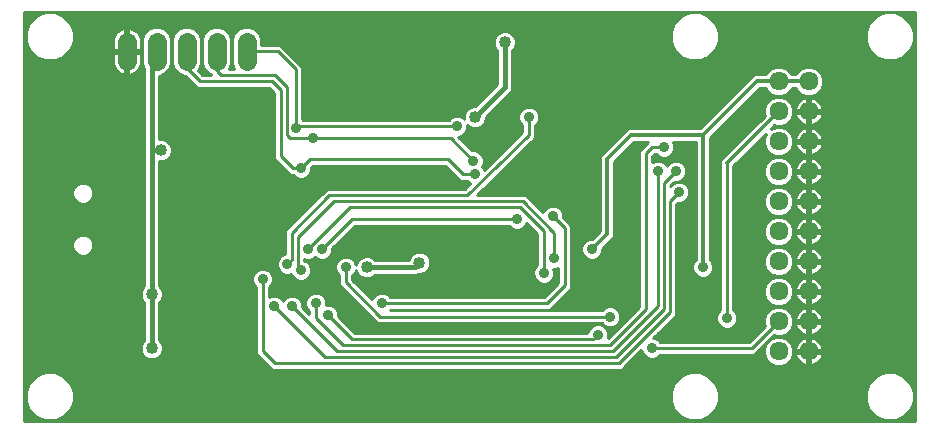
<source format=gbl>
G75*
G70*
%OFA0B0*%
%FSLAX24Y24*%
%IPPOS*%
%LPD*%
%AMOC8*
5,1,8,0,0,1.08239X$1,22.5*
%
%ADD10C,0.0640*%
%ADD11C,0.0634*%
%ADD12C,0.0100*%
%ADD13C,0.0350*%
%ADD14C,0.0400*%
%ADD15C,0.0160*%
%ADD16C,0.0120*%
D10*
X007126Y015032D02*
X007126Y015672D01*
X008126Y015672D02*
X008126Y015032D01*
X009126Y015032D02*
X009126Y015672D01*
X010126Y015672D02*
X010126Y015032D01*
X011126Y015032D02*
X011126Y015672D01*
D11*
X028858Y014352D03*
X029858Y014352D03*
X029858Y013352D03*
X028858Y013352D03*
X028858Y012352D03*
X029858Y012352D03*
X029858Y011352D03*
X028858Y011352D03*
X028858Y010352D03*
X029858Y010352D03*
X029858Y009352D03*
X028858Y009352D03*
X028858Y008352D03*
X029858Y008352D03*
X029858Y007352D03*
X028858Y007352D03*
X028858Y006352D03*
X029858Y006352D03*
X029858Y005352D03*
X028858Y005352D03*
D12*
X003696Y003022D02*
X003696Y016674D01*
X033415Y016674D01*
X033415Y003022D01*
X003696Y003022D01*
X003696Y003049D02*
X033415Y003049D01*
X033415Y003148D02*
X032948Y003148D01*
X033011Y003174D02*
X033236Y003399D01*
X033358Y003693D01*
X033358Y004011D01*
X033236Y004305D01*
X033011Y004530D01*
X032717Y004652D01*
X032399Y004652D01*
X032105Y004530D01*
X031880Y004305D01*
X031758Y004011D01*
X031758Y003693D01*
X031880Y003399D01*
X032105Y003174D01*
X032399Y003052D01*
X032717Y003052D01*
X033011Y003174D01*
X033083Y003246D02*
X033415Y003246D01*
X033415Y003345D02*
X033182Y003345D01*
X033254Y003444D02*
X033415Y003444D01*
X033415Y003542D02*
X033295Y003542D01*
X033336Y003641D02*
X033415Y003641D01*
X033415Y003739D02*
X033358Y003739D01*
X033358Y003838D02*
X033415Y003838D01*
X033415Y003936D02*
X033358Y003936D01*
X033348Y004035D02*
X033415Y004035D01*
X033415Y004133D02*
X033307Y004133D01*
X033266Y004232D02*
X033415Y004232D01*
X033415Y004330D02*
X033211Y004330D01*
X033112Y004429D02*
X033415Y004429D01*
X033415Y004528D02*
X033014Y004528D01*
X032780Y004626D02*
X033415Y004626D01*
X033415Y004725D02*
X003696Y004725D01*
X003696Y004823D02*
X011876Y004823D01*
X011967Y004732D02*
X012149Y004732D01*
X023617Y004732D01*
X023746Y004861D01*
X024281Y005396D01*
X024281Y005384D01*
X024334Y005257D01*
X024431Y005160D01*
X024558Y005107D01*
X024695Y005107D01*
X024822Y005160D01*
X024894Y005232D01*
X027867Y005232D01*
X028049Y005232D01*
X028705Y005889D01*
X028761Y005865D01*
X028955Y005865D01*
X029134Y005940D01*
X029271Y006076D01*
X029345Y006255D01*
X029345Y006449D01*
X029271Y006628D01*
X029134Y006765D01*
X028955Y006839D01*
X028761Y006839D01*
X028582Y006765D01*
X028445Y006628D01*
X028371Y006449D01*
X028371Y006255D01*
X028394Y006200D01*
X027867Y005672D01*
X024894Y005672D01*
X024822Y005745D01*
X024695Y005797D01*
X024682Y005797D01*
X025317Y006432D01*
X025446Y006561D01*
X025446Y010261D01*
X025492Y010307D01*
X025595Y010307D01*
X025722Y010360D01*
X025819Y010457D01*
X025871Y010584D01*
X025871Y010721D01*
X025819Y010848D01*
X025722Y010945D01*
X025595Y010997D01*
X025458Y010997D01*
X025331Y010945D01*
X025246Y010860D01*
X025246Y010861D01*
X025392Y011007D01*
X025495Y011007D01*
X025622Y011060D01*
X025719Y011157D01*
X025771Y011284D01*
X025771Y011421D01*
X025719Y011548D01*
X025622Y011645D01*
X025495Y011697D01*
X025358Y011697D01*
X025231Y011645D01*
X025134Y011548D01*
X025126Y011529D01*
X025119Y011548D01*
X025022Y011645D01*
X024895Y011697D01*
X024758Y011697D01*
X024646Y011651D01*
X024646Y011861D01*
X024717Y011932D01*
X024758Y011932D01*
X024831Y011860D01*
X024958Y011807D01*
X025095Y011807D01*
X025222Y011860D01*
X025319Y011957D01*
X025371Y012084D01*
X025371Y012221D01*
X025329Y012322D01*
X026096Y012322D01*
X026096Y008410D01*
X026034Y008348D01*
X025981Y008221D01*
X025981Y008084D01*
X026034Y007957D01*
X026131Y007860D01*
X026258Y007807D01*
X026395Y007807D01*
X026522Y007860D01*
X026619Y007957D01*
X026671Y008084D01*
X026671Y008221D01*
X026619Y008348D01*
X026556Y008410D01*
X026556Y012457D01*
X028222Y014122D01*
X028426Y014122D01*
X028445Y014076D01*
X028582Y013940D01*
X028761Y013865D01*
X028955Y013865D01*
X029134Y013940D01*
X029271Y014076D01*
X029289Y014122D01*
X029426Y014122D01*
X029445Y014076D01*
X029582Y013940D01*
X029761Y013865D01*
X029955Y013865D01*
X030134Y013940D01*
X030271Y014076D01*
X030345Y014255D01*
X030345Y014449D01*
X030271Y014628D01*
X030134Y014765D01*
X029955Y014839D01*
X029761Y014839D01*
X029582Y014765D01*
X029445Y014628D01*
X029426Y014582D01*
X029289Y014582D01*
X029271Y014628D01*
X029134Y014765D01*
X028955Y014839D01*
X028761Y014839D01*
X028582Y014765D01*
X028445Y014628D01*
X028426Y014582D01*
X028222Y014582D01*
X028031Y014582D01*
X026231Y012782D01*
X023831Y012782D01*
X023696Y012648D01*
X022896Y011848D01*
X022896Y011657D01*
X022896Y009348D01*
X022646Y009097D01*
X022558Y009097D01*
X022431Y009045D01*
X022334Y008948D01*
X022281Y008821D01*
X022281Y008684D01*
X022334Y008557D01*
X022431Y008460D01*
X022558Y008407D01*
X022695Y008407D01*
X022822Y008460D01*
X022919Y008557D01*
X022971Y008684D01*
X022971Y008772D01*
X023222Y009022D01*
X023356Y009157D01*
X023356Y011657D01*
X024022Y012322D01*
X024485Y012322D01*
X024406Y012243D01*
X024206Y012043D01*
X024206Y011861D01*
X024206Y006843D01*
X023153Y005790D01*
X023171Y005834D01*
X023171Y005971D01*
X023119Y006098D01*
X023022Y006195D01*
X022895Y006247D01*
X022758Y006247D01*
X022631Y006195D01*
X022534Y006098D01*
X022482Y005972D01*
X014717Y005972D01*
X014171Y006518D01*
X014171Y006621D01*
X014119Y006748D01*
X014022Y006845D01*
X013895Y006897D01*
X013771Y006897D01*
X013771Y007021D01*
X013719Y007148D01*
X013622Y007245D01*
X013495Y007297D01*
X013358Y007297D01*
X013231Y007245D01*
X013134Y007148D01*
X013081Y007021D01*
X013081Y006884D01*
X013134Y006757D01*
X013206Y006684D01*
X013206Y006583D01*
X012971Y006818D01*
X012971Y006921D01*
X012919Y007048D01*
X012822Y007145D01*
X012695Y007197D01*
X012558Y007197D01*
X012431Y007145D01*
X012334Y007048D01*
X012326Y007029D01*
X012319Y007048D01*
X012222Y007145D01*
X012095Y007197D01*
X011958Y007197D01*
X011878Y007164D01*
X011878Y007484D01*
X014284Y007484D01*
X014206Y007561D02*
X014206Y007743D01*
X014206Y007884D01*
X014134Y007957D01*
X014081Y008084D01*
X014081Y008221D01*
X014134Y008348D01*
X014231Y008445D01*
X014358Y008497D01*
X014495Y008497D01*
X014622Y008445D01*
X014719Y008348D01*
X014763Y008241D01*
X014813Y008362D01*
X014917Y008466D01*
X015053Y008522D01*
X015200Y008522D01*
X015336Y008466D01*
X015400Y008402D01*
X016517Y008402D01*
X016563Y008512D01*
X016667Y008616D01*
X016803Y008672D01*
X016950Y008672D01*
X017086Y008616D01*
X017190Y008512D01*
X017246Y008376D01*
X017246Y008229D01*
X017190Y008093D01*
X017086Y007989D01*
X016950Y007932D01*
X016848Y007932D01*
X016776Y007902D01*
X016677Y007902D01*
X015400Y007902D01*
X015336Y007839D01*
X015200Y007782D01*
X015053Y007782D01*
X014917Y007839D01*
X014813Y007943D01*
X014763Y008063D01*
X014719Y007957D01*
X014646Y007884D01*
X014646Y007743D01*
X015307Y007083D01*
X015334Y007148D01*
X015431Y007245D01*
X015558Y007297D01*
X015695Y007297D01*
X015822Y007245D01*
X015894Y007172D01*
X021035Y007172D01*
X021506Y007643D01*
X021506Y008133D01*
X021445Y008107D01*
X021335Y008107D01*
X021371Y008021D01*
X021371Y007884D01*
X021319Y007757D01*
X021222Y007660D01*
X021095Y007607D01*
X020958Y007607D01*
X020831Y007660D01*
X020734Y007757D01*
X020681Y007884D01*
X020681Y008021D01*
X020734Y008148D01*
X020806Y008220D01*
X020806Y009261D01*
X020446Y009622D01*
X020419Y009557D01*
X020322Y009460D01*
X020195Y009407D01*
X020058Y009407D01*
X019931Y009460D01*
X019858Y009532D01*
X014717Y009532D01*
X013971Y008786D01*
X013971Y008684D01*
X013919Y008557D01*
X013822Y008460D01*
X013695Y008407D01*
X013558Y008407D01*
X013431Y008460D01*
X013401Y008489D01*
X013372Y008460D01*
X013245Y008407D01*
X013108Y008407D01*
X013046Y008433D01*
X013046Y008376D01*
X013122Y008345D01*
X013219Y008248D01*
X013271Y008121D01*
X013271Y007984D01*
X013219Y007857D01*
X013122Y007760D01*
X012995Y007707D01*
X012858Y007707D01*
X012731Y007760D01*
X012634Y007857D01*
X012603Y007931D01*
X012545Y007907D01*
X012408Y007907D01*
X012281Y007960D01*
X012184Y008057D01*
X012131Y008184D01*
X012131Y008321D01*
X012184Y008448D01*
X012281Y008545D01*
X012406Y008597D01*
X012406Y009211D01*
X012406Y009393D01*
X013785Y010772D01*
X013967Y010772D01*
X018387Y010772D01*
X018565Y010946D01*
X018531Y010960D01*
X018458Y011032D01*
X018235Y011032D01*
X018106Y011161D01*
X017735Y011532D01*
X013317Y011532D01*
X013271Y011486D01*
X013271Y011384D01*
X013219Y011257D01*
X013122Y011160D01*
X012995Y011107D01*
X012858Y011107D01*
X012731Y011160D01*
X012658Y011232D01*
X012567Y011232D01*
X012438Y011361D01*
X012038Y011761D01*
X012038Y011943D01*
X012038Y013961D01*
X011867Y014132D01*
X009467Y014132D01*
X009338Y014261D01*
X009057Y014542D01*
X009029Y014542D01*
X008849Y014617D01*
X008711Y014755D01*
X008636Y014935D01*
X008636Y015770D01*
X008711Y015950D01*
X008849Y016088D01*
X009029Y016162D01*
X009224Y016162D01*
X009404Y016088D01*
X009542Y015950D01*
X009616Y015770D01*
X009616Y014935D01*
X009542Y014755D01*
X009504Y014717D01*
X009649Y014572D01*
X009927Y014572D01*
X009906Y014593D01*
X009906Y014593D01*
X009849Y014617D01*
X009711Y014755D01*
X009636Y014935D01*
X009636Y015770D01*
X009711Y015950D01*
X009849Y016088D01*
X010029Y016162D01*
X010224Y016162D01*
X010404Y016088D01*
X010542Y015950D01*
X010616Y015770D01*
X010616Y014935D01*
X010549Y014772D01*
X010704Y014772D01*
X010636Y014935D01*
X010636Y015770D01*
X010711Y015950D01*
X010849Y016088D01*
X011029Y016162D01*
X011224Y016162D01*
X011404Y016088D01*
X011542Y015950D01*
X011616Y015770D01*
X011616Y015572D01*
X012067Y015572D01*
X012249Y015572D01*
X012849Y014972D01*
X012978Y014843D01*
X012978Y013089D01*
X012994Y013072D01*
X017858Y013072D01*
X017931Y013145D01*
X018058Y013197D01*
X018195Y013197D01*
X018322Y013145D01*
X018356Y013110D01*
X018356Y013226D01*
X018413Y013362D01*
X018517Y013466D01*
X018653Y013522D01*
X018743Y013522D01*
X019476Y014256D01*
X019476Y015379D01*
X019413Y015443D01*
X019356Y015579D01*
X019356Y015726D01*
X019413Y015862D01*
X019517Y015966D01*
X019653Y016022D01*
X019800Y016022D01*
X019936Y015966D01*
X020040Y015862D01*
X020096Y015726D01*
X020096Y015579D01*
X020040Y015443D01*
X019976Y015379D01*
X019976Y014103D01*
X019938Y014011D01*
X019868Y013940D01*
X019096Y013169D01*
X019096Y013079D01*
X019040Y012943D01*
X018936Y012839D01*
X018800Y012782D01*
X018653Y012782D01*
X018517Y012839D01*
X018471Y012884D01*
X018471Y012784D01*
X018419Y012657D01*
X018322Y012560D01*
X018195Y012507D01*
X018182Y012507D01*
X018642Y012047D01*
X018745Y012047D01*
X018872Y011995D01*
X018969Y011898D01*
X019021Y011771D01*
X019021Y011634D01*
X018969Y011507D01*
X018964Y011502D01*
X019019Y011448D01*
X019036Y011406D01*
X020306Y012645D01*
X020306Y012884D01*
X020234Y012957D01*
X020181Y013084D01*
X020181Y013221D01*
X020234Y013348D01*
X020331Y013445D01*
X020458Y013497D01*
X020595Y013497D01*
X020722Y013445D01*
X020819Y013348D01*
X020871Y013221D01*
X020871Y013084D01*
X020819Y012957D01*
X020746Y012884D01*
X020746Y012642D01*
X020747Y012641D01*
X020746Y012551D01*
X020746Y012461D01*
X020745Y012460D01*
X020745Y012458D01*
X020681Y012395D01*
X020617Y012332D01*
X020616Y012332D01*
X018812Y010572D01*
X020235Y010572D01*
X020417Y010572D01*
X021007Y009983D01*
X021034Y010048D01*
X021131Y010145D01*
X021258Y010197D01*
X021395Y010197D01*
X021522Y010145D01*
X021619Y010048D01*
X021671Y009921D01*
X021671Y009818D01*
X021946Y009543D01*
X021946Y009361D01*
X021946Y007461D01*
X021817Y007332D01*
X021217Y006732D01*
X021035Y006732D01*
X015894Y006732D01*
X015884Y006722D01*
X022958Y006722D01*
X023031Y006795D01*
X023158Y006847D01*
X023295Y006847D01*
X023422Y006795D01*
X023519Y006698D01*
X023571Y006571D01*
X023571Y006434D01*
X023519Y006307D01*
X023422Y006210D01*
X023295Y006157D01*
X023158Y006157D01*
X023031Y006210D01*
X022958Y006282D01*
X015485Y006282D01*
X015356Y006411D01*
X014206Y007561D01*
X014206Y007582D02*
X011961Y007582D01*
X011950Y007557D02*
X012003Y007684D01*
X012003Y007821D01*
X011950Y007948D01*
X011853Y008045D01*
X011726Y008097D01*
X011589Y008097D01*
X011462Y008045D01*
X011365Y007948D01*
X011313Y007821D01*
X011313Y007684D01*
X011365Y007557D01*
X011438Y007484D01*
X008249Y007484D01*
X008271Y007462D02*
X008208Y007526D01*
X008208Y011682D01*
X008331Y011682D01*
X008467Y011739D01*
X008571Y011843D01*
X008628Y011979D01*
X008628Y012126D01*
X008571Y012262D01*
X008467Y012366D01*
X008331Y012422D01*
X008208Y012422D01*
X008208Y014542D01*
X008224Y014542D01*
X008404Y014617D01*
X008542Y014755D01*
X008616Y014935D01*
X008616Y015770D01*
X008542Y015950D01*
X008404Y016088D01*
X008224Y016162D01*
X008029Y016162D01*
X007849Y016088D01*
X007711Y015950D01*
X007636Y015770D01*
X007636Y014935D01*
X007708Y014762D01*
X007708Y012102D01*
X007708Y012003D01*
X007708Y007526D01*
X007644Y007462D01*
X007588Y007326D01*
X007588Y007179D01*
X007644Y007043D01*
X007708Y006979D01*
X007708Y005726D01*
X007644Y005662D01*
X007588Y005526D01*
X007588Y005379D01*
X007644Y005243D01*
X007748Y005139D01*
X007884Y005082D01*
X008031Y005082D01*
X008167Y005139D01*
X008271Y005243D01*
X008328Y005379D01*
X008328Y005526D01*
X008271Y005662D01*
X008208Y005726D01*
X008208Y006979D01*
X008271Y007043D01*
X008328Y007179D01*
X008328Y007326D01*
X008271Y007462D01*
X008303Y007385D02*
X011438Y007385D01*
X011438Y007287D02*
X008328Y007287D01*
X008328Y007188D02*
X011438Y007188D01*
X011438Y007090D02*
X008291Y007090D01*
X008220Y006991D02*
X011438Y006991D01*
X011438Y006893D02*
X008208Y006893D01*
X008208Y006794D02*
X011438Y006794D01*
X011438Y006695D02*
X008208Y006695D01*
X008208Y006597D02*
X011438Y006597D01*
X011438Y006498D02*
X008208Y006498D01*
X008208Y006400D02*
X011438Y006400D01*
X011438Y006301D02*
X008208Y006301D01*
X008208Y006203D02*
X011438Y006203D01*
X011438Y006104D02*
X008208Y006104D01*
X008208Y006006D02*
X011438Y006006D01*
X011438Y005907D02*
X008208Y005907D01*
X008208Y005809D02*
X011438Y005809D01*
X011438Y005710D02*
X008223Y005710D01*
X008292Y005611D02*
X011438Y005611D01*
X011438Y005513D02*
X008328Y005513D01*
X008328Y005414D02*
X011438Y005414D01*
X011438Y005316D02*
X008302Y005316D01*
X008246Y005217D02*
X011482Y005217D01*
X011438Y005261D02*
X011567Y005132D01*
X011967Y004732D01*
X011777Y004922D02*
X003696Y004922D01*
X003696Y005020D02*
X011679Y005020D01*
X011580Y005119D02*
X008119Y005119D01*
X007796Y005119D02*
X003696Y005119D01*
X003696Y005217D02*
X007669Y005217D01*
X007614Y005316D02*
X003696Y005316D01*
X003696Y005414D02*
X007588Y005414D01*
X007588Y005513D02*
X003696Y005513D01*
X003696Y005611D02*
X007623Y005611D01*
X007692Y005710D02*
X003696Y005710D01*
X003696Y005809D02*
X007708Y005809D01*
X007708Y005907D02*
X003696Y005907D01*
X003696Y006006D02*
X007708Y006006D01*
X007708Y006104D02*
X003696Y006104D01*
X003696Y006203D02*
X007708Y006203D01*
X007708Y006301D02*
X003696Y006301D01*
X003696Y006400D02*
X007708Y006400D01*
X007708Y006498D02*
X003696Y006498D01*
X003696Y006597D02*
X007708Y006597D01*
X007708Y006695D02*
X003696Y006695D01*
X003696Y006794D02*
X007708Y006794D01*
X007708Y006893D02*
X003696Y006893D01*
X003696Y006991D02*
X007696Y006991D01*
X007625Y007090D02*
X003696Y007090D01*
X003696Y007188D02*
X007588Y007188D01*
X007588Y007287D02*
X003696Y007287D01*
X003696Y007385D02*
X007612Y007385D01*
X007666Y007484D02*
X003696Y007484D01*
X003696Y007582D02*
X007708Y007582D01*
X007708Y007681D02*
X003696Y007681D01*
X003696Y007779D02*
X007708Y007779D01*
X007708Y007878D02*
X003696Y007878D01*
X003696Y007977D02*
X007708Y007977D01*
X007708Y008075D02*
X003696Y008075D01*
X003696Y008174D02*
X007708Y008174D01*
X007708Y008272D02*
X003696Y008272D01*
X003696Y008371D02*
X007708Y008371D01*
X007708Y008469D02*
X003696Y008469D01*
X003696Y008568D02*
X005519Y008568D01*
X005461Y008592D02*
X005589Y008539D01*
X005727Y008539D01*
X005854Y008592D01*
X005952Y008689D01*
X006005Y008817D01*
X006005Y008955D01*
X005952Y009083D01*
X005854Y009180D01*
X005727Y009233D01*
X005589Y009233D01*
X005461Y009180D01*
X005363Y009083D01*
X005311Y008955D01*
X005311Y008817D01*
X005363Y008689D01*
X005461Y008592D01*
X005387Y008666D02*
X003696Y008666D01*
X003696Y008765D02*
X005332Y008765D01*
X005311Y008863D02*
X003696Y008863D01*
X003696Y008962D02*
X005313Y008962D01*
X005354Y009061D02*
X003696Y009061D01*
X003696Y009159D02*
X005440Y009159D01*
X005876Y009159D02*
X007708Y009159D01*
X007708Y009061D02*
X005961Y009061D01*
X006002Y008962D02*
X007708Y008962D01*
X007708Y008863D02*
X006005Y008863D01*
X005983Y008765D02*
X007708Y008765D01*
X007708Y008666D02*
X005929Y008666D01*
X005796Y008568D02*
X007708Y008568D01*
X008208Y008568D02*
X012337Y008568D01*
X012406Y008666D02*
X008208Y008666D01*
X008208Y008765D02*
X012406Y008765D01*
X012406Y008863D02*
X008208Y008863D01*
X008208Y008962D02*
X012406Y008962D01*
X012406Y009061D02*
X008208Y009061D01*
X008208Y009159D02*
X012406Y009159D01*
X012406Y009258D02*
X008208Y009258D01*
X008208Y009356D02*
X012406Y009356D01*
X012468Y009455D02*
X008208Y009455D01*
X008208Y009553D02*
X012566Y009553D01*
X012665Y009652D02*
X008208Y009652D01*
X008208Y009750D02*
X012763Y009750D01*
X012862Y009849D02*
X008208Y009849D01*
X008208Y009947D02*
X012960Y009947D01*
X013059Y010046D02*
X008208Y010046D01*
X008208Y010144D02*
X013157Y010144D01*
X013256Y010243D02*
X008208Y010243D01*
X008208Y010342D02*
X013354Y010342D01*
X013453Y010440D02*
X008208Y010440D01*
X008208Y010539D02*
X013552Y010539D01*
X013650Y010637D02*
X008208Y010637D01*
X008208Y010736D02*
X013749Y010736D01*
X013876Y010552D02*
X012626Y009302D01*
X012626Y008402D01*
X012476Y008252D01*
X012152Y008371D02*
X008208Y008371D01*
X008208Y008469D02*
X012205Y008469D01*
X012131Y008272D02*
X008208Y008272D01*
X008208Y008174D02*
X012135Y008174D01*
X012176Y008075D02*
X011780Y008075D01*
X011921Y007977D02*
X012264Y007977D01*
X011979Y007878D02*
X012625Y007878D01*
X012711Y007779D02*
X012003Y007779D01*
X012002Y007681D02*
X014206Y007681D01*
X014206Y007779D02*
X013141Y007779D01*
X013227Y007878D02*
X014206Y007878D01*
X014126Y007977D02*
X013268Y007977D01*
X013271Y008075D02*
X014085Y008075D01*
X014081Y008174D02*
X013249Y008174D01*
X013194Y008272D02*
X014103Y008272D01*
X014157Y008371D02*
X013059Y008371D01*
X013381Y008469D02*
X013421Y008469D01*
X013831Y008469D02*
X014290Y008469D01*
X014563Y008469D02*
X014925Y008469D01*
X014821Y008371D02*
X014696Y008371D01*
X014750Y008272D02*
X014776Y008272D01*
X014426Y008152D02*
X014426Y007652D01*
X015576Y006502D01*
X023226Y006502D01*
X023571Y006498D02*
X023861Y006498D01*
X023763Y006400D02*
X023557Y006400D01*
X023513Y006301D02*
X023664Y006301D01*
X023566Y006203D02*
X023405Y006203D01*
X023467Y006104D02*
X023112Y006104D01*
X023157Y006006D02*
X023369Y006006D01*
X023270Y005907D02*
X023171Y005907D01*
X023161Y005809D02*
X023171Y005809D01*
X022826Y005902D02*
X022676Y005752D01*
X014626Y005752D01*
X013826Y006552D01*
X014072Y006794D02*
X014973Y006794D01*
X014875Y006893D02*
X013906Y006893D01*
X013771Y006991D02*
X014776Y006991D01*
X014678Y007090D02*
X013743Y007090D01*
X013678Y007188D02*
X014579Y007188D01*
X014481Y007287D02*
X013520Y007287D01*
X013332Y007287D02*
X011878Y007287D01*
X011878Y007385D02*
X014382Y007385D01*
X014807Y007582D02*
X021445Y007582D01*
X021506Y007681D02*
X021243Y007681D01*
X021328Y007779D02*
X021506Y007779D01*
X021506Y007878D02*
X021369Y007878D01*
X021371Y007977D02*
X021506Y007977D01*
X021506Y008075D02*
X021349Y008075D01*
X021026Y007952D02*
X021026Y009352D01*
X020226Y010152D01*
X014576Y010152D01*
X013176Y008752D01*
X013626Y008752D02*
X014626Y009752D01*
X020126Y009752D01*
X020415Y009553D02*
X020514Y009553D01*
X020613Y009455D02*
X020309Y009455D01*
X019943Y009455D02*
X014640Y009455D01*
X014541Y009356D02*
X020711Y009356D01*
X020806Y009258D02*
X014443Y009258D01*
X014344Y009159D02*
X020806Y009159D01*
X020806Y009061D02*
X014246Y009061D01*
X014147Y008962D02*
X020806Y008962D01*
X020806Y008863D02*
X014049Y008863D01*
X013971Y008765D02*
X020806Y008765D01*
X020806Y008666D02*
X016964Y008666D01*
X016788Y008666D02*
X013964Y008666D01*
X013923Y008568D02*
X016619Y008568D01*
X016545Y008469D02*
X015328Y008469D01*
X015375Y007878D02*
X020684Y007878D01*
X020681Y007977D02*
X017057Y007977D01*
X017172Y008075D02*
X020704Y008075D01*
X020760Y008174D02*
X017223Y008174D01*
X017246Y008272D02*
X020806Y008272D01*
X020806Y008371D02*
X017246Y008371D01*
X017208Y008469D02*
X020806Y008469D01*
X020806Y008568D02*
X017134Y008568D01*
X014877Y007878D02*
X014646Y007878D01*
X014646Y007779D02*
X020724Y007779D01*
X020810Y007681D02*
X014709Y007681D01*
X014906Y007484D02*
X021347Y007484D01*
X021248Y007385D02*
X015004Y007385D01*
X015103Y007287D02*
X015532Y007287D01*
X015374Y007188D02*
X015201Y007188D01*
X015300Y007090D02*
X015310Y007090D01*
X015626Y006952D02*
X021126Y006952D01*
X021726Y007552D01*
X021726Y009452D01*
X021326Y009852D01*
X021671Y009849D02*
X022896Y009849D01*
X022896Y009947D02*
X021660Y009947D01*
X021619Y010046D02*
X022896Y010046D01*
X022896Y010144D02*
X021522Y010144D01*
X021131Y010144D02*
X020845Y010144D01*
X020944Y010046D02*
X021033Y010046D01*
X020747Y010243D02*
X022896Y010243D01*
X022896Y010342D02*
X020648Y010342D01*
X020550Y010440D02*
X022896Y010440D01*
X022896Y010539D02*
X020451Y010539D01*
X020326Y010352D02*
X021376Y009302D01*
X021376Y008452D01*
X021946Y008469D02*
X022421Y008469D01*
X022329Y008568D02*
X021946Y008568D01*
X021946Y008666D02*
X022288Y008666D01*
X022281Y008765D02*
X021946Y008765D01*
X021946Y008863D02*
X022299Y008863D01*
X022348Y008962D02*
X021946Y008962D01*
X021946Y009061D02*
X022469Y009061D01*
X022708Y009159D02*
X021946Y009159D01*
X021946Y009258D02*
X022806Y009258D01*
X022896Y009356D02*
X021946Y009356D01*
X021946Y009455D02*
X022896Y009455D01*
X022896Y009553D02*
X021936Y009553D01*
X021838Y009652D02*
X022896Y009652D01*
X022896Y009750D02*
X021739Y009750D01*
X020326Y010352D02*
X014026Y010352D01*
X012826Y009152D01*
X012826Y008152D01*
X012926Y008052D01*
X011950Y007557D02*
X011878Y007484D01*
X011658Y007752D02*
X011658Y005352D01*
X012058Y004952D01*
X023526Y004952D01*
X025226Y006652D01*
X025226Y010352D01*
X025526Y010652D01*
X025871Y010637D02*
X026096Y010637D01*
X026096Y010539D02*
X025853Y010539D01*
X025802Y010440D02*
X026096Y010440D01*
X026096Y010342D02*
X025678Y010342D01*
X025446Y010243D02*
X026096Y010243D01*
X026096Y010144D02*
X025446Y010144D01*
X025446Y010046D02*
X026096Y010046D01*
X026096Y009947D02*
X025446Y009947D01*
X025446Y009849D02*
X026096Y009849D01*
X026096Y009750D02*
X025446Y009750D01*
X025446Y009652D02*
X026096Y009652D01*
X026096Y009553D02*
X025446Y009553D01*
X025446Y009455D02*
X026096Y009455D01*
X026096Y009356D02*
X025446Y009356D01*
X025446Y009258D02*
X026096Y009258D01*
X026096Y009159D02*
X025446Y009159D01*
X025446Y009061D02*
X026096Y009061D01*
X026096Y008962D02*
X025446Y008962D01*
X025446Y008863D02*
X026096Y008863D01*
X026096Y008765D02*
X025446Y008765D01*
X025446Y008666D02*
X026096Y008666D01*
X026096Y008568D02*
X025446Y008568D01*
X025446Y008469D02*
X026096Y008469D01*
X026057Y008371D02*
X025446Y008371D01*
X025446Y008272D02*
X026003Y008272D01*
X025981Y008174D02*
X025446Y008174D01*
X025446Y008075D02*
X025985Y008075D01*
X026026Y007977D02*
X025446Y007977D01*
X025446Y007878D02*
X026113Y007878D01*
X026540Y007878D02*
X026906Y007878D01*
X026906Y007977D02*
X026627Y007977D01*
X026668Y008075D02*
X026906Y008075D01*
X026906Y008174D02*
X026671Y008174D01*
X026650Y008272D02*
X026906Y008272D01*
X026906Y008371D02*
X026596Y008371D01*
X026556Y008469D02*
X026906Y008469D01*
X026906Y008568D02*
X026556Y008568D01*
X026556Y008666D02*
X026906Y008666D01*
X026906Y008765D02*
X026556Y008765D01*
X026556Y008863D02*
X026906Y008863D01*
X026906Y008962D02*
X026556Y008962D01*
X026556Y009061D02*
X026906Y009061D01*
X026906Y009159D02*
X026556Y009159D01*
X026556Y009258D02*
X026906Y009258D01*
X026906Y009356D02*
X026556Y009356D01*
X026556Y009455D02*
X026906Y009455D01*
X026906Y009553D02*
X026556Y009553D01*
X026556Y009652D02*
X026906Y009652D01*
X026906Y009750D02*
X026556Y009750D01*
X026556Y009849D02*
X026906Y009849D01*
X026906Y009947D02*
X026556Y009947D01*
X026556Y010046D02*
X026906Y010046D01*
X026906Y010144D02*
X026556Y010144D01*
X026556Y010243D02*
X026906Y010243D01*
X026906Y010342D02*
X026556Y010342D01*
X026556Y010440D02*
X026906Y010440D01*
X026906Y010539D02*
X026556Y010539D01*
X026556Y010637D02*
X026906Y010637D01*
X026906Y010736D02*
X026556Y010736D01*
X026556Y010834D02*
X026906Y010834D01*
X026906Y010933D02*
X026556Y010933D01*
X026556Y011031D02*
X026906Y011031D01*
X026906Y011130D02*
X026556Y011130D01*
X026556Y011228D02*
X026906Y011228D01*
X026906Y011327D02*
X026556Y011327D01*
X026556Y011426D02*
X026906Y011426D01*
X026906Y011516D02*
X026906Y006720D01*
X026834Y006648D01*
X026781Y006521D01*
X026781Y006384D01*
X026834Y006257D01*
X026931Y006160D01*
X027058Y006107D01*
X027195Y006107D01*
X027322Y006160D01*
X027419Y006257D01*
X027471Y006384D01*
X027471Y006521D01*
X027419Y006648D01*
X027346Y006720D01*
X027346Y011516D01*
X028435Y012605D01*
X028371Y012449D01*
X028371Y012255D01*
X028445Y012076D01*
X028582Y011940D01*
X028761Y011865D01*
X028955Y011865D01*
X029134Y011940D01*
X029271Y012076D01*
X029345Y012255D01*
X029345Y012449D01*
X029271Y012628D01*
X029134Y012765D01*
X028955Y012839D01*
X028761Y012839D01*
X028605Y012775D01*
X028715Y012884D01*
X028761Y012865D01*
X028955Y012865D01*
X029134Y012940D01*
X029271Y013076D01*
X029345Y013255D01*
X029345Y013449D01*
X029271Y013628D01*
X029134Y013765D01*
X028955Y013839D01*
X028761Y013839D01*
X028582Y013765D01*
X028445Y013628D01*
X028371Y013449D01*
X028371Y013255D01*
X028390Y013210D01*
X026896Y011716D01*
X026896Y011526D01*
X026906Y011516D01*
X026898Y011524D02*
X026556Y011524D01*
X026556Y011623D02*
X026896Y011623D01*
X026901Y011721D02*
X026556Y011721D01*
X026556Y011820D02*
X027000Y011820D01*
X027099Y011918D02*
X026556Y011918D01*
X026556Y012017D02*
X027197Y012017D01*
X027296Y012115D02*
X026556Y012115D01*
X026556Y012214D02*
X027394Y012214D01*
X027493Y012312D02*
X026556Y012312D01*
X026556Y012411D02*
X027591Y012411D01*
X027690Y012510D02*
X026609Y012510D01*
X026707Y012608D02*
X027788Y012608D01*
X027887Y012707D02*
X026806Y012707D01*
X026904Y012805D02*
X027985Y012805D01*
X028084Y012904D02*
X027003Y012904D01*
X027101Y013002D02*
X028183Y013002D01*
X028281Y013101D02*
X027200Y013101D01*
X027299Y013199D02*
X028380Y013199D01*
X028371Y013298D02*
X027397Y013298D01*
X027496Y013396D02*
X028371Y013396D01*
X028390Y013495D02*
X027594Y013495D01*
X027693Y013594D02*
X028431Y013594D01*
X028509Y013692D02*
X027791Y013692D01*
X027890Y013791D02*
X028644Y013791D01*
X028704Y013889D02*
X027988Y013889D01*
X028087Y013988D02*
X028534Y013988D01*
X028441Y014086D02*
X028185Y014086D01*
X027831Y014382D02*
X019976Y014382D01*
X019976Y014480D02*
X027929Y014480D01*
X028028Y014579D02*
X019976Y014579D01*
X019976Y014677D02*
X028494Y014677D01*
X028609Y014776D02*
X019976Y014776D01*
X019976Y014875D02*
X033415Y014875D01*
X033415Y014973D02*
X019976Y014973D01*
X019976Y015072D02*
X025852Y015072D01*
X025899Y015052D02*
X026217Y015052D01*
X026511Y015174D01*
X026736Y015399D01*
X026858Y015693D01*
X026858Y016011D01*
X026736Y016305D01*
X026511Y016530D01*
X026217Y016652D01*
X025899Y016652D01*
X025605Y016530D01*
X025380Y016305D01*
X025258Y016011D01*
X025258Y015693D01*
X025380Y015399D01*
X025605Y015174D01*
X025899Y015052D01*
X025614Y015170D02*
X019976Y015170D01*
X019976Y015269D02*
X025510Y015269D01*
X025411Y015367D02*
X019976Y015367D01*
X020049Y015466D02*
X025352Y015466D01*
X025311Y015564D02*
X020090Y015564D01*
X020096Y015663D02*
X025270Y015663D01*
X025258Y015761D02*
X020082Y015761D01*
X020041Y015860D02*
X025258Y015860D01*
X025258Y015959D02*
X019943Y015959D01*
X019509Y015959D02*
X011533Y015959D01*
X011579Y015860D02*
X019412Y015860D01*
X019371Y015761D02*
X011616Y015761D01*
X011616Y015663D02*
X019356Y015663D01*
X019362Y015564D02*
X012257Y015564D01*
X012355Y015466D02*
X019403Y015466D01*
X019476Y015367D02*
X012454Y015367D01*
X012552Y015269D02*
X019476Y015269D01*
X019476Y015170D02*
X012651Y015170D01*
X012749Y015072D02*
X019476Y015072D01*
X019476Y014973D02*
X012848Y014973D01*
X012947Y014875D02*
X019476Y014875D01*
X019476Y014776D02*
X012978Y014776D01*
X012978Y014677D02*
X019476Y014677D01*
X019476Y014579D02*
X012978Y014579D01*
X012978Y014480D02*
X019476Y014480D01*
X019476Y014382D02*
X012978Y014382D01*
X012978Y014283D02*
X019476Y014283D01*
X019405Y014185D02*
X012978Y014185D01*
X012978Y014086D02*
X019307Y014086D01*
X019208Y013988D02*
X012978Y013988D01*
X012978Y013889D02*
X019110Y013889D01*
X019011Y013791D02*
X012978Y013791D01*
X012978Y013692D02*
X018913Y013692D01*
X018814Y013594D02*
X012978Y013594D01*
X012978Y013495D02*
X018587Y013495D01*
X018447Y013396D02*
X012978Y013396D01*
X012978Y013298D02*
X018386Y013298D01*
X018356Y013199D02*
X012978Y013199D01*
X012978Y013101D02*
X017887Y013101D01*
X018126Y012852D02*
X012826Y012852D01*
X012776Y012802D01*
X012758Y012821D01*
X012758Y014752D01*
X012158Y015352D01*
X011126Y015352D01*
X010636Y015367D02*
X010616Y015367D01*
X010616Y015269D02*
X010636Y015269D01*
X010636Y015170D02*
X010616Y015170D01*
X010616Y015072D02*
X010636Y015072D01*
X010636Y014973D02*
X010616Y014973D01*
X010591Y014875D02*
X010661Y014875D01*
X010702Y014776D02*
X010550Y014776D01*
X010258Y014552D02*
X012058Y014552D01*
X012458Y014152D01*
X012458Y012552D01*
X012558Y012452D01*
X013326Y012452D01*
X017926Y012452D01*
X018676Y011702D01*
X019001Y011820D02*
X019460Y011820D01*
X019359Y011721D02*
X019021Y011721D01*
X019017Y011623D02*
X019258Y011623D01*
X019157Y011524D02*
X018976Y011524D01*
X019028Y011426D02*
X019056Y011426D01*
X018726Y011252D02*
X018326Y011252D01*
X017826Y011752D01*
X013226Y011752D01*
X012926Y011452D01*
X012658Y011452D01*
X012258Y011852D01*
X012258Y014052D01*
X011958Y014352D01*
X009558Y014352D01*
X009158Y014752D01*
X009158Y015252D01*
X009126Y015352D01*
X009616Y015367D02*
X009636Y015367D01*
X009636Y015269D02*
X009616Y015269D01*
X009616Y015170D02*
X009636Y015170D01*
X009636Y015072D02*
X009616Y015072D01*
X009616Y014973D02*
X009636Y014973D01*
X009661Y014875D02*
X009591Y014875D01*
X009550Y014776D02*
X009702Y014776D01*
X009788Y014677D02*
X009544Y014677D01*
X009642Y014579D02*
X009920Y014579D01*
X010126Y014684D02*
X010258Y014552D01*
X010126Y014684D02*
X010126Y015352D01*
X010616Y015466D02*
X010636Y015466D01*
X010636Y015564D02*
X010616Y015564D01*
X010616Y015663D02*
X010636Y015663D01*
X010636Y015761D02*
X010616Y015761D01*
X010579Y015860D02*
X010674Y015860D01*
X010720Y015959D02*
X010533Y015959D01*
X010434Y016057D02*
X010818Y016057D01*
X011013Y016156D02*
X010240Y016156D01*
X010013Y016156D02*
X009240Y016156D01*
X009434Y016057D02*
X009818Y016057D01*
X009720Y015959D02*
X009533Y015959D01*
X009579Y015860D02*
X009674Y015860D01*
X009636Y015761D02*
X009616Y015761D01*
X009616Y015663D02*
X009636Y015663D01*
X009636Y015564D02*
X009616Y015564D01*
X009616Y015466D02*
X009636Y015466D01*
X008636Y015466D02*
X008616Y015466D01*
X008616Y015564D02*
X008636Y015564D01*
X008636Y015663D02*
X008616Y015663D01*
X008616Y015761D02*
X008636Y015761D01*
X008674Y015860D02*
X008579Y015860D01*
X008533Y015959D02*
X008720Y015959D01*
X008818Y016057D02*
X008434Y016057D01*
X008240Y016156D02*
X009013Y016156D01*
X008013Y016156D02*
X005298Y016156D01*
X005257Y016254D02*
X025358Y016254D01*
X025318Y016156D02*
X011240Y016156D01*
X011434Y016057D02*
X025277Y016057D01*
X025427Y016353D02*
X005189Y016353D01*
X005236Y016305D02*
X005011Y016530D01*
X004717Y016652D01*
X004399Y016652D01*
X004105Y016530D01*
X003880Y016305D01*
X003758Y016011D01*
X003758Y015693D01*
X003880Y015399D01*
X004105Y015174D01*
X004399Y015052D01*
X004717Y015052D01*
X005011Y015174D01*
X005236Y015399D01*
X005358Y015693D01*
X005358Y016011D01*
X005236Y016305D01*
X005090Y016451D02*
X025526Y016451D01*
X025652Y016550D02*
X004964Y016550D01*
X004726Y016648D02*
X025889Y016648D01*
X026226Y016648D02*
X032389Y016648D01*
X032399Y016652D02*
X032105Y016530D01*
X031880Y016305D01*
X031758Y016011D01*
X031758Y015693D01*
X031880Y015399D01*
X032105Y015174D01*
X032399Y015052D01*
X032717Y015052D01*
X033011Y015174D01*
X033236Y015399D01*
X033358Y015693D01*
X033358Y016011D01*
X033236Y016305D01*
X033011Y016530D01*
X032717Y016652D01*
X032399Y016652D01*
X032152Y016550D02*
X026464Y016550D01*
X026590Y016451D02*
X032026Y016451D01*
X031927Y016353D02*
X026689Y016353D01*
X026757Y016254D02*
X031858Y016254D01*
X031818Y016156D02*
X026798Y016156D01*
X026839Y016057D02*
X031777Y016057D01*
X031758Y015959D02*
X026858Y015959D01*
X026858Y015860D02*
X031758Y015860D01*
X031758Y015761D02*
X026858Y015761D01*
X026845Y015663D02*
X031770Y015663D01*
X031811Y015564D02*
X026804Y015564D01*
X026764Y015466D02*
X031852Y015466D01*
X031911Y015367D02*
X026704Y015367D01*
X026606Y015269D02*
X032010Y015269D01*
X032114Y015170D02*
X026501Y015170D01*
X026263Y015072D02*
X032352Y015072D01*
X032763Y015072D02*
X033415Y015072D01*
X033415Y015170D02*
X033001Y015170D01*
X033106Y015269D02*
X033415Y015269D01*
X033415Y015367D02*
X033204Y015367D01*
X033264Y015466D02*
X033415Y015466D01*
X033415Y015564D02*
X033304Y015564D01*
X033345Y015663D02*
X033415Y015663D01*
X033415Y015761D02*
X033358Y015761D01*
X033358Y015860D02*
X033415Y015860D01*
X033415Y015959D02*
X033358Y015959D01*
X033339Y016057D02*
X033415Y016057D01*
X033415Y016156D02*
X033298Y016156D01*
X033257Y016254D02*
X033415Y016254D01*
X033415Y016353D02*
X033189Y016353D01*
X033090Y016451D02*
X033415Y016451D01*
X033415Y016550D02*
X032964Y016550D01*
X032726Y016648D02*
X033415Y016648D01*
X033415Y014776D02*
X030107Y014776D01*
X030221Y014677D02*
X033415Y014677D01*
X033415Y014579D02*
X030291Y014579D01*
X030332Y014480D02*
X033415Y014480D01*
X033415Y014382D02*
X030345Y014382D01*
X030345Y014283D02*
X033415Y014283D01*
X033415Y014185D02*
X030315Y014185D01*
X030275Y014086D02*
X033415Y014086D01*
X033415Y013988D02*
X030182Y013988D01*
X030012Y013889D02*
X033415Y013889D01*
X033415Y013791D02*
X030019Y013791D01*
X030037Y013785D02*
X029967Y013808D01*
X029906Y013817D01*
X029906Y013401D01*
X029809Y013401D01*
X029809Y013304D01*
X029393Y013304D01*
X029402Y013243D01*
X029425Y013173D01*
X029459Y013108D01*
X029502Y013048D01*
X029554Y012996D01*
X029613Y012953D01*
X029679Y012920D01*
X029748Y012897D01*
X029809Y012887D01*
X029809Y013304D01*
X029906Y013304D01*
X029906Y012887D01*
X029967Y012897D01*
X030037Y012920D01*
X030102Y012953D01*
X030162Y012996D01*
X030214Y013048D01*
X030257Y013108D01*
X030290Y013173D01*
X030313Y013243D01*
X030323Y013304D01*
X029906Y013304D01*
X029906Y013401D01*
X030323Y013401D01*
X030313Y013462D01*
X030290Y013531D01*
X030257Y013597D01*
X030214Y013656D01*
X030162Y013708D01*
X030102Y013752D01*
X030037Y013785D01*
X029906Y013791D02*
X029809Y013791D01*
X029809Y013817D02*
X029748Y013808D01*
X029679Y013785D01*
X029613Y013752D01*
X029554Y013708D01*
X029502Y013656D01*
X029459Y013597D01*
X029425Y013531D01*
X029402Y013462D01*
X029393Y013401D01*
X029809Y013401D01*
X029809Y013817D01*
X029696Y013791D02*
X029072Y013791D01*
X029012Y013889D02*
X029704Y013889D01*
X029534Y013988D02*
X029182Y013988D01*
X029275Y014086D02*
X029441Y014086D01*
X029537Y013692D02*
X029206Y013692D01*
X029285Y013594D02*
X029457Y013594D01*
X029413Y013495D02*
X029326Y013495D01*
X029345Y013396D02*
X029809Y013396D01*
X029906Y013396D02*
X033415Y013396D01*
X033415Y013298D02*
X030322Y013298D01*
X030299Y013199D02*
X033415Y013199D01*
X033415Y013101D02*
X030252Y013101D01*
X030168Y013002D02*
X033415Y013002D01*
X033415Y012904D02*
X029988Y012904D01*
X029906Y012904D02*
X029809Y012904D01*
X029728Y012904D02*
X029047Y012904D01*
X029037Y012805D02*
X029741Y012805D01*
X029748Y012808D02*
X029679Y012785D01*
X029613Y012752D01*
X029554Y012708D01*
X029502Y012656D01*
X029459Y012597D01*
X029425Y012531D01*
X029402Y012462D01*
X029393Y012401D01*
X029809Y012401D01*
X029809Y012304D01*
X029393Y012304D01*
X029402Y012243D01*
X029425Y012173D01*
X029459Y012108D01*
X029502Y012048D01*
X029554Y011996D01*
X029613Y011953D01*
X029679Y011920D01*
X029748Y011897D01*
X029809Y011887D01*
X029809Y012304D01*
X029906Y012304D01*
X029906Y011887D01*
X029967Y011897D01*
X030037Y011920D01*
X030102Y011953D01*
X030162Y011996D01*
X030214Y012048D01*
X030257Y012108D01*
X030290Y012173D01*
X030313Y012243D01*
X030323Y012304D01*
X029906Y012304D01*
X029906Y012401D01*
X029809Y012401D01*
X029809Y012817D01*
X029748Y012808D01*
X029809Y012805D02*
X029906Y012805D01*
X029906Y012817D02*
X029906Y012401D01*
X030323Y012401D01*
X030313Y012462D01*
X030290Y012531D01*
X030257Y012597D01*
X030214Y012656D01*
X030162Y012708D01*
X030102Y012752D01*
X030037Y012785D01*
X029967Y012808D01*
X029906Y012817D01*
X029975Y012805D02*
X033415Y012805D01*
X033415Y012707D02*
X030164Y012707D01*
X030249Y012608D02*
X033415Y012608D01*
X033415Y012510D02*
X030298Y012510D01*
X030321Y012411D02*
X033415Y012411D01*
X033415Y012312D02*
X029906Y012312D01*
X029809Y012312D02*
X029345Y012312D01*
X029345Y012411D02*
X029394Y012411D01*
X029418Y012510D02*
X029320Y012510D01*
X029279Y012608D02*
X029467Y012608D01*
X029552Y012707D02*
X029192Y012707D01*
X029809Y012707D02*
X029906Y012707D01*
X029906Y012608D02*
X029809Y012608D01*
X029809Y012510D02*
X029906Y012510D01*
X029906Y012411D02*
X029809Y012411D01*
X029809Y012214D02*
X029906Y012214D01*
X029906Y012115D02*
X029809Y012115D01*
X029809Y012017D02*
X029906Y012017D01*
X029906Y011918D02*
X029809Y011918D01*
X029809Y011817D02*
X029748Y011808D01*
X029679Y011785D01*
X029613Y011752D01*
X029554Y011708D01*
X029502Y011656D01*
X029459Y011597D01*
X029425Y011531D01*
X029402Y011462D01*
X029393Y011401D01*
X029809Y011401D01*
X029809Y011304D01*
X029393Y011304D01*
X029402Y011243D01*
X029425Y011173D01*
X029459Y011108D01*
X029502Y011048D01*
X029554Y010996D01*
X029613Y010953D01*
X029679Y010920D01*
X029748Y010897D01*
X029809Y010887D01*
X029809Y011304D01*
X029906Y011304D01*
X029906Y010887D01*
X029967Y010897D01*
X030037Y010920D01*
X030102Y010953D01*
X030162Y010996D01*
X030214Y011048D01*
X030257Y011108D01*
X030290Y011173D01*
X030313Y011243D01*
X030323Y011304D01*
X029906Y011304D01*
X029906Y011401D01*
X029809Y011401D01*
X029809Y011817D01*
X029809Y011721D02*
X029906Y011721D01*
X029906Y011817D02*
X029906Y011401D01*
X030323Y011401D01*
X030313Y011462D01*
X030290Y011531D01*
X030257Y011597D01*
X030214Y011656D01*
X030162Y011708D01*
X030102Y011752D01*
X030037Y011785D01*
X029967Y011808D01*
X029906Y011817D01*
X030033Y011918D02*
X033415Y011918D01*
X033415Y011820D02*
X029001Y011820D01*
X028955Y011839D02*
X028761Y011839D01*
X028582Y011765D01*
X028445Y011628D01*
X028371Y011449D01*
X028371Y011255D01*
X028445Y011076D01*
X028582Y010940D01*
X028761Y010865D01*
X028955Y010865D01*
X029134Y010940D01*
X029271Y011076D01*
X029345Y011255D01*
X029345Y011449D01*
X029271Y011628D01*
X029134Y011765D01*
X028955Y011839D01*
X029082Y011918D02*
X029683Y011918D01*
X029533Y012017D02*
X029211Y012017D01*
X029287Y012115D02*
X029455Y012115D01*
X029412Y012214D02*
X029327Y012214D01*
X028714Y011820D02*
X027650Y011820D01*
X027552Y011721D02*
X028538Y011721D01*
X028443Y011623D02*
X027453Y011623D01*
X027355Y011524D02*
X028402Y011524D01*
X028371Y011426D02*
X027346Y011426D01*
X027346Y011327D02*
X028371Y011327D01*
X028382Y011228D02*
X027346Y011228D01*
X027346Y011130D02*
X028423Y011130D01*
X028490Y011031D02*
X027346Y011031D01*
X027346Y010933D02*
X028598Y010933D01*
X028582Y010765D02*
X028445Y010628D01*
X028371Y010449D01*
X028371Y010255D01*
X028445Y010076D01*
X028582Y009940D01*
X028761Y009865D01*
X028955Y009865D01*
X029134Y009940D01*
X029271Y010076D01*
X029345Y010255D01*
X029345Y010449D01*
X029271Y010628D01*
X029134Y010765D01*
X028955Y010839D01*
X028761Y010839D01*
X028582Y010765D01*
X028553Y010736D02*
X027346Y010736D01*
X027346Y010834D02*
X028749Y010834D01*
X028966Y010834D02*
X033415Y010834D01*
X033415Y010736D02*
X030124Y010736D01*
X030102Y010752D02*
X030037Y010785D01*
X029967Y010808D01*
X029906Y010817D01*
X029906Y010401D01*
X029809Y010401D01*
X029809Y010304D01*
X029393Y010304D01*
X029402Y010243D01*
X029339Y010243D01*
X029402Y010243D02*
X029425Y010173D01*
X029459Y010108D01*
X029502Y010048D01*
X029554Y009996D01*
X029613Y009953D01*
X029679Y009920D01*
X029748Y009897D01*
X029809Y009887D01*
X029809Y010304D01*
X029906Y010304D01*
X029906Y009887D01*
X029967Y009897D01*
X030037Y009920D01*
X030102Y009953D01*
X030162Y009996D01*
X030214Y010048D01*
X030257Y010108D01*
X030290Y010173D01*
X030313Y010243D01*
X033415Y010243D01*
X033415Y010144D02*
X030276Y010144D01*
X030313Y010243D02*
X030323Y010304D01*
X029906Y010304D01*
X029906Y010401D01*
X030323Y010401D01*
X030313Y010462D01*
X030290Y010531D01*
X030257Y010597D01*
X030214Y010656D01*
X030162Y010708D01*
X030102Y010752D01*
X030228Y010637D02*
X033415Y010637D01*
X033415Y010539D02*
X030287Y010539D01*
X030317Y010440D02*
X033415Y010440D01*
X033415Y010342D02*
X029906Y010342D01*
X029809Y010342D02*
X029345Y010342D01*
X029393Y010401D02*
X029809Y010401D01*
X029809Y010817D01*
X029748Y010808D01*
X029679Y010785D01*
X029613Y010752D01*
X029554Y010708D01*
X029502Y010656D01*
X029459Y010597D01*
X029425Y010531D01*
X029402Y010462D01*
X029393Y010401D01*
X029399Y010440D02*
X029345Y010440D01*
X029308Y010539D02*
X029429Y010539D01*
X029488Y010637D02*
X029261Y010637D01*
X029163Y010736D02*
X029591Y010736D01*
X029653Y010933D02*
X029117Y010933D01*
X029225Y011031D02*
X029518Y011031D01*
X029447Y011130D02*
X029293Y011130D01*
X029333Y011228D02*
X029407Y011228D01*
X029345Y011327D02*
X029809Y011327D01*
X029906Y011327D02*
X033415Y011327D01*
X033415Y011228D02*
X030308Y011228D01*
X030268Y011130D02*
X033415Y011130D01*
X033415Y011031D02*
X030197Y011031D01*
X030063Y010933D02*
X033415Y010933D01*
X033415Y011426D02*
X030319Y011426D01*
X030293Y011524D02*
X033415Y011524D01*
X033415Y011623D02*
X030238Y011623D01*
X030144Y011721D02*
X033415Y011721D01*
X033415Y012017D02*
X030183Y012017D01*
X030261Y012115D02*
X033415Y012115D01*
X033415Y012214D02*
X030304Y012214D01*
X029906Y011623D02*
X029809Y011623D01*
X029809Y011524D02*
X029906Y011524D01*
X029906Y011426D02*
X029809Y011426D01*
X029809Y011228D02*
X029906Y011228D01*
X029906Y011130D02*
X029809Y011130D01*
X029809Y011031D02*
X029906Y011031D01*
X029906Y010933D02*
X029809Y010933D01*
X029809Y010736D02*
X029906Y010736D01*
X029906Y010637D02*
X029809Y010637D01*
X029809Y010539D02*
X029906Y010539D01*
X029906Y010440D02*
X029809Y010440D01*
X029809Y010243D02*
X029906Y010243D01*
X029906Y010144D02*
X029809Y010144D01*
X029809Y010046D02*
X029906Y010046D01*
X029906Y009947D02*
X029809Y009947D01*
X029809Y009817D02*
X029748Y009808D01*
X029679Y009785D01*
X029613Y009752D01*
X029554Y009708D01*
X029502Y009656D01*
X029459Y009597D01*
X029425Y009531D01*
X029402Y009462D01*
X029393Y009401D01*
X029809Y009401D01*
X029809Y009304D01*
X029393Y009304D01*
X029402Y009243D01*
X029425Y009173D01*
X029459Y009108D01*
X029502Y009048D01*
X029554Y008996D01*
X029613Y008953D01*
X029679Y008920D01*
X029748Y008897D01*
X029809Y008887D01*
X029809Y009304D01*
X029906Y009304D01*
X029906Y008887D01*
X029967Y008897D01*
X030037Y008920D01*
X030102Y008953D01*
X030162Y008996D01*
X030214Y009048D01*
X030257Y009108D01*
X030290Y009173D01*
X030313Y009243D01*
X030323Y009304D01*
X029906Y009304D01*
X029906Y009401D01*
X029809Y009401D01*
X029809Y009817D01*
X029809Y009750D02*
X029906Y009750D01*
X029906Y009817D02*
X029906Y009401D01*
X030323Y009401D01*
X030313Y009462D01*
X030290Y009531D01*
X030257Y009597D01*
X030214Y009656D01*
X030162Y009708D01*
X030102Y009752D01*
X030037Y009785D01*
X029967Y009808D01*
X029906Y009817D01*
X029906Y009652D02*
X029809Y009652D01*
X029809Y009553D02*
X029906Y009553D01*
X029906Y009455D02*
X029809Y009455D01*
X029809Y009356D02*
X029345Y009356D01*
X029345Y009449D02*
X029271Y009628D01*
X029134Y009765D01*
X028955Y009839D01*
X028761Y009839D01*
X028582Y009765D01*
X028445Y009628D01*
X028371Y009449D01*
X028371Y009255D01*
X028445Y009076D01*
X028582Y008940D01*
X028761Y008865D01*
X028955Y008865D01*
X029134Y008940D01*
X029271Y009076D01*
X029345Y009255D01*
X029345Y009449D01*
X029342Y009455D02*
X029401Y009455D01*
X029436Y009553D02*
X029301Y009553D01*
X029247Y009652D02*
X029498Y009652D01*
X029611Y009750D02*
X029148Y009750D01*
X029141Y009947D02*
X029624Y009947D01*
X029504Y010046D02*
X029240Y010046D01*
X029299Y010144D02*
X029440Y010144D01*
X030091Y009947D02*
X033415Y009947D01*
X033415Y009849D02*
X027346Y009849D01*
X027346Y009947D02*
X028574Y009947D01*
X028476Y010046D02*
X027346Y010046D01*
X027346Y010144D02*
X028417Y010144D01*
X028376Y010243D02*
X027346Y010243D01*
X027346Y010342D02*
X028371Y010342D01*
X028371Y010440D02*
X027346Y010440D01*
X027346Y010539D02*
X028408Y010539D01*
X028454Y010637D02*
X027346Y010637D01*
X026096Y010736D02*
X025865Y010736D01*
X025824Y010834D02*
X026096Y010834D01*
X026096Y010933D02*
X025734Y010933D01*
X025692Y011130D02*
X026096Y011130D01*
X026096Y011228D02*
X025748Y011228D01*
X025771Y011327D02*
X026096Y011327D01*
X026096Y011426D02*
X025769Y011426D01*
X025729Y011524D02*
X026096Y011524D01*
X026096Y011623D02*
X025644Y011623D01*
X025209Y011623D02*
X025044Y011623D01*
X025125Y011820D02*
X026096Y011820D01*
X026096Y011918D02*
X025280Y011918D01*
X025344Y012017D02*
X026096Y012017D01*
X026096Y012115D02*
X025371Y012115D01*
X025371Y012214D02*
X026096Y012214D01*
X026096Y012312D02*
X025333Y012312D01*
X025026Y012152D02*
X024626Y012152D01*
X024426Y011952D01*
X024426Y006752D01*
X023226Y005552D01*
X014326Y005552D01*
X013426Y006452D01*
X013426Y006952D01*
X013110Y007090D02*
X012877Y007090D01*
X012942Y006991D02*
X013081Y006991D01*
X013081Y006893D02*
X012971Y006893D01*
X012996Y006794D02*
X013118Y006794D01*
X013094Y006695D02*
X013195Y006695D01*
X013193Y006597D02*
X013206Y006597D01*
X012626Y006852D02*
X014126Y005352D01*
X023326Y005352D01*
X024826Y006852D01*
X024826Y011352D01*
X024646Y011721D02*
X026096Y011721D01*
X025426Y011352D02*
X025026Y010952D01*
X025026Y006752D01*
X023426Y005152D01*
X013726Y005152D01*
X012026Y006852D01*
X012277Y007090D02*
X012376Y007090D01*
X012536Y007188D02*
X012117Y007188D01*
X011936Y007188D02*
X011878Y007188D01*
X011438Y007484D02*
X011438Y005261D01*
X014191Y006498D02*
X015269Y006498D01*
X015368Y006400D02*
X014290Y006400D01*
X014388Y006301D02*
X015466Y006301D01*
X015171Y006597D02*
X014171Y006597D01*
X014140Y006695D02*
X015072Y006695D01*
X014487Y006203D02*
X022650Y006203D01*
X022540Y006104D02*
X014585Y006104D01*
X014684Y006006D02*
X022496Y006006D01*
X023002Y006203D02*
X023048Y006203D01*
X023561Y006597D02*
X023960Y006597D01*
X024058Y006695D02*
X023520Y006695D01*
X023422Y006794D02*
X024157Y006794D01*
X024206Y006893D02*
X021378Y006893D01*
X021476Y006991D02*
X024206Y006991D01*
X024206Y007090D02*
X021575Y007090D01*
X021673Y007188D02*
X024206Y007188D01*
X024206Y007287D02*
X021772Y007287D01*
X021870Y007385D02*
X024206Y007385D01*
X024206Y007484D02*
X021946Y007484D01*
X021946Y007582D02*
X024206Y007582D01*
X024206Y007681D02*
X021946Y007681D01*
X021946Y007779D02*
X024206Y007779D01*
X024206Y007878D02*
X021946Y007878D01*
X021946Y007977D02*
X024206Y007977D01*
X024206Y008075D02*
X021946Y008075D01*
X021946Y008174D02*
X024206Y008174D01*
X024206Y008272D02*
X021946Y008272D01*
X021946Y008371D02*
X024206Y008371D01*
X024206Y008469D02*
X022831Y008469D01*
X022923Y008568D02*
X024206Y008568D01*
X024206Y008666D02*
X022964Y008666D01*
X022971Y008765D02*
X024206Y008765D01*
X024206Y008863D02*
X023063Y008863D01*
X023161Y008962D02*
X024206Y008962D01*
X024206Y009061D02*
X023260Y009061D01*
X023356Y009159D02*
X024206Y009159D01*
X024206Y009258D02*
X023356Y009258D01*
X023356Y009356D02*
X024206Y009356D01*
X024206Y009455D02*
X023356Y009455D01*
X023356Y009553D02*
X024206Y009553D01*
X024206Y009652D02*
X023356Y009652D01*
X023356Y009750D02*
X024206Y009750D01*
X024206Y009849D02*
X023356Y009849D01*
X023356Y009947D02*
X024206Y009947D01*
X024206Y010046D02*
X023356Y010046D01*
X023356Y010144D02*
X024206Y010144D01*
X024206Y010243D02*
X023356Y010243D01*
X023356Y010342D02*
X024206Y010342D01*
X024206Y010440D02*
X023356Y010440D01*
X023356Y010539D02*
X024206Y010539D01*
X024206Y010637D02*
X023356Y010637D01*
X023356Y010736D02*
X024206Y010736D01*
X024206Y010834D02*
X023356Y010834D01*
X023356Y010933D02*
X024206Y010933D01*
X024206Y011031D02*
X023356Y011031D01*
X023356Y011130D02*
X024206Y011130D01*
X024206Y011228D02*
X023356Y011228D01*
X023356Y011327D02*
X024206Y011327D01*
X024206Y011426D02*
X023356Y011426D01*
X023356Y011524D02*
X024206Y011524D01*
X024206Y011623D02*
X023356Y011623D01*
X023420Y011721D02*
X024206Y011721D01*
X024206Y011820D02*
X023519Y011820D01*
X023618Y011918D02*
X024206Y011918D01*
X024206Y012017D02*
X023716Y012017D01*
X023815Y012115D02*
X024278Y012115D01*
X024377Y012214D02*
X023913Y012214D01*
X024012Y012312D02*
X024475Y012312D01*
X024703Y011918D02*
X024772Y011918D01*
X024646Y011820D02*
X024928Y011820D01*
X023558Y012510D02*
X020746Y012510D01*
X020747Y012608D02*
X023657Y012608D01*
X023755Y012707D02*
X020746Y012707D01*
X020746Y012805D02*
X026254Y012805D01*
X026352Y012904D02*
X020766Y012904D01*
X020838Y013002D02*
X026451Y013002D01*
X026550Y013101D02*
X020871Y013101D01*
X020871Y013199D02*
X026648Y013199D01*
X026747Y013298D02*
X020839Y013298D01*
X020770Y013396D02*
X026845Y013396D01*
X026944Y013495D02*
X020600Y013495D01*
X020452Y013495D02*
X019422Y013495D01*
X019324Y013396D02*
X020283Y013396D01*
X020213Y013298D02*
X019225Y013298D01*
X019127Y013199D02*
X020181Y013199D01*
X020181Y013101D02*
X019096Y013101D01*
X019065Y013002D02*
X020215Y013002D01*
X020287Y012904D02*
X019001Y012904D01*
X018855Y012805D02*
X020306Y012805D01*
X020306Y012707D02*
X018439Y012707D01*
X018471Y012805D02*
X018597Y012805D01*
X018370Y012608D02*
X020269Y012608D01*
X020167Y012510D02*
X018200Y012510D01*
X018279Y012411D02*
X020066Y012411D01*
X019965Y012312D02*
X018377Y012312D01*
X018476Y012214D02*
X019864Y012214D01*
X019763Y012115D02*
X018574Y012115D01*
X018818Y012017D02*
X019662Y012017D01*
X019561Y011918D02*
X018948Y011918D01*
X019686Y011426D02*
X022896Y011426D01*
X022896Y011524D02*
X019787Y011524D01*
X019888Y011623D02*
X022896Y011623D01*
X022896Y011721D02*
X019989Y011721D01*
X020090Y011820D02*
X022896Y011820D01*
X022967Y011918D02*
X020191Y011918D01*
X020292Y012017D02*
X023066Y012017D01*
X023164Y012115D02*
X020393Y012115D01*
X020494Y012214D02*
X023263Y012214D01*
X023361Y012312D02*
X020595Y012312D01*
X020696Y012411D02*
X023460Y012411D01*
X022896Y011327D02*
X019585Y011327D01*
X019484Y011228D02*
X022896Y011228D01*
X022896Y011130D02*
X019383Y011130D01*
X019282Y011031D02*
X022896Y011031D01*
X022896Y010933D02*
X019181Y010933D01*
X019080Y010834D02*
X022896Y010834D01*
X022896Y010736D02*
X018979Y010736D01*
X018878Y010637D02*
X022896Y010637D01*
X025318Y010933D02*
X025319Y010933D01*
X025553Y011031D02*
X026096Y011031D01*
X027126Y011621D02*
X027126Y006452D01*
X026888Y006203D02*
X025088Y006203D01*
X025186Y006301D02*
X026815Y006301D01*
X026781Y006400D02*
X025285Y006400D01*
X025384Y006498D02*
X026781Y006498D01*
X026813Y006597D02*
X025446Y006597D01*
X025446Y006695D02*
X026882Y006695D01*
X026906Y006794D02*
X025446Y006794D01*
X025446Y006893D02*
X026906Y006893D01*
X026906Y006991D02*
X025446Y006991D01*
X025446Y007090D02*
X026906Y007090D01*
X026906Y007188D02*
X025446Y007188D01*
X025446Y007287D02*
X026906Y007287D01*
X026906Y007385D02*
X025446Y007385D01*
X025446Y007484D02*
X026906Y007484D01*
X026906Y007582D02*
X025446Y007582D01*
X025446Y007681D02*
X026906Y007681D01*
X026906Y007779D02*
X025446Y007779D01*
X027346Y007779D02*
X028617Y007779D01*
X028582Y007765D02*
X028445Y007628D01*
X028371Y007449D01*
X028371Y007255D01*
X028445Y007076D01*
X028582Y006940D01*
X028761Y006865D01*
X028955Y006865D01*
X029134Y006940D01*
X029271Y007076D01*
X029345Y007255D01*
X029345Y007449D01*
X029271Y007628D01*
X029134Y007765D01*
X028955Y007839D01*
X028761Y007839D01*
X028582Y007765D01*
X028498Y007681D02*
X027346Y007681D01*
X027346Y007582D02*
X028426Y007582D01*
X028385Y007484D02*
X027346Y007484D01*
X027346Y007385D02*
X028371Y007385D01*
X028371Y007287D02*
X027346Y007287D01*
X027346Y007188D02*
X028399Y007188D01*
X028440Y007090D02*
X027346Y007090D01*
X027346Y006991D02*
X028530Y006991D01*
X028695Y006893D02*
X027346Y006893D01*
X027346Y006794D02*
X028652Y006794D01*
X028512Y006695D02*
X027371Y006695D01*
X027440Y006597D02*
X028432Y006597D01*
X028391Y006498D02*
X027471Y006498D01*
X027471Y006400D02*
X028371Y006400D01*
X028371Y006301D02*
X027437Y006301D01*
X027365Y006203D02*
X028393Y006203D01*
X028299Y006104D02*
X024989Y006104D01*
X024891Y006006D02*
X028200Y006006D01*
X028102Y005907D02*
X024792Y005907D01*
X024694Y005809D02*
X028003Y005809D01*
X027904Y005710D02*
X024856Y005710D01*
X024626Y005452D02*
X027958Y005452D01*
X028858Y006352D01*
X029323Y006203D02*
X029415Y006203D01*
X029425Y006173D02*
X029459Y006108D01*
X029502Y006048D01*
X029554Y005996D01*
X029613Y005953D01*
X029679Y005920D01*
X029748Y005897D01*
X029809Y005887D01*
X029809Y006304D01*
X029393Y006304D01*
X029402Y006243D01*
X029425Y006173D01*
X029461Y006104D02*
X029282Y006104D01*
X029200Y006006D02*
X029544Y006006D01*
X029717Y005907D02*
X029055Y005907D01*
X029028Y005809D02*
X029755Y005809D01*
X029748Y005808D02*
X029679Y005785D01*
X029613Y005752D01*
X029554Y005708D01*
X029502Y005656D01*
X029459Y005597D01*
X029425Y005531D01*
X029402Y005462D01*
X029393Y005401D01*
X029809Y005401D01*
X029809Y005304D01*
X029393Y005304D01*
X029402Y005243D01*
X029425Y005173D01*
X029459Y005108D01*
X029502Y005048D01*
X029554Y004996D01*
X029613Y004953D01*
X029679Y004920D01*
X029748Y004897D01*
X029809Y004887D01*
X029809Y005304D01*
X029906Y005304D01*
X029906Y004887D01*
X029967Y004897D01*
X030037Y004920D01*
X030102Y004953D01*
X030162Y004996D01*
X030214Y005048D01*
X030257Y005108D01*
X030290Y005173D01*
X030313Y005243D01*
X030323Y005304D01*
X029906Y005304D01*
X029906Y005401D01*
X029809Y005401D01*
X029809Y005817D01*
X029748Y005808D01*
X029809Y005809D02*
X029906Y005809D01*
X029906Y005817D02*
X029906Y005401D01*
X030323Y005401D01*
X030313Y005462D01*
X030290Y005531D01*
X030257Y005597D01*
X030214Y005656D01*
X030162Y005708D01*
X030102Y005752D01*
X030037Y005785D01*
X029967Y005808D01*
X029906Y005817D01*
X029961Y005809D02*
X033415Y005809D01*
X033415Y005907D02*
X029998Y005907D01*
X029967Y005897D02*
X030037Y005920D01*
X030102Y005953D01*
X030162Y005996D01*
X030214Y006048D01*
X030257Y006108D01*
X030290Y006173D01*
X030313Y006243D01*
X030323Y006304D01*
X029906Y006304D01*
X029906Y005887D01*
X029967Y005897D01*
X029906Y005907D02*
X029809Y005907D01*
X029809Y006006D02*
X029906Y006006D01*
X029906Y006104D02*
X029809Y006104D01*
X029809Y006203D02*
X029906Y006203D01*
X029906Y006301D02*
X029809Y006301D01*
X029809Y006304D02*
X029906Y006304D01*
X029906Y006401D01*
X029809Y006401D01*
X029809Y006304D01*
X029809Y006400D02*
X029345Y006400D01*
X029393Y006401D02*
X029809Y006401D01*
X029809Y006817D01*
X029748Y006808D01*
X029679Y006785D01*
X029613Y006752D01*
X029554Y006708D01*
X029502Y006656D01*
X029459Y006597D01*
X029283Y006597D01*
X029324Y006498D02*
X029414Y006498D01*
X029425Y006531D02*
X029402Y006462D01*
X029393Y006401D01*
X029393Y006301D02*
X029345Y006301D01*
X029425Y006531D02*
X029459Y006597D01*
X029541Y006695D02*
X029203Y006695D01*
X029064Y006794D02*
X029707Y006794D01*
X029809Y006794D02*
X029906Y006794D01*
X029906Y006817D02*
X029906Y006401D01*
X030323Y006401D01*
X030313Y006462D01*
X030290Y006531D01*
X030257Y006597D01*
X033415Y006597D01*
X033415Y006695D02*
X030175Y006695D01*
X030162Y006708D02*
X030214Y006656D01*
X030257Y006597D01*
X030301Y006498D02*
X033415Y006498D01*
X033415Y006400D02*
X029906Y006400D01*
X029906Y006498D02*
X029809Y006498D01*
X029809Y006597D02*
X029906Y006597D01*
X029906Y006695D02*
X029809Y006695D01*
X029906Y006817D02*
X029967Y006808D01*
X030037Y006785D01*
X030102Y006752D01*
X030162Y006708D01*
X030009Y006794D02*
X033415Y006794D01*
X033415Y006893D02*
X029940Y006893D01*
X029967Y006897D02*
X030037Y006920D01*
X030102Y006953D01*
X030162Y006996D01*
X030214Y007048D01*
X030257Y007108D01*
X030290Y007173D01*
X030313Y007243D01*
X030323Y007304D01*
X029906Y007304D01*
X029906Y006887D01*
X029967Y006897D01*
X029906Y006893D02*
X029809Y006893D01*
X029809Y006887D02*
X029809Y007304D01*
X029393Y007304D01*
X029402Y007243D01*
X029425Y007173D01*
X029459Y007108D01*
X029502Y007048D01*
X029554Y006996D01*
X029613Y006953D01*
X029679Y006920D01*
X029748Y006897D01*
X029809Y006887D01*
X029776Y006893D02*
X029020Y006893D01*
X029185Y006991D02*
X029561Y006991D01*
X029472Y007090D02*
X029276Y007090D01*
X029317Y007188D02*
X029420Y007188D01*
X029395Y007287D02*
X029345Y007287D01*
X029345Y007385D02*
X029809Y007385D01*
X029809Y007401D02*
X029809Y007304D01*
X029906Y007304D01*
X029906Y007401D01*
X029809Y007401D01*
X029393Y007401D01*
X029402Y007462D01*
X029425Y007531D01*
X029459Y007597D01*
X029502Y007656D01*
X029554Y007708D01*
X029613Y007752D01*
X029679Y007785D01*
X029748Y007808D01*
X029809Y007817D01*
X029809Y007401D01*
X029809Y007484D02*
X029906Y007484D01*
X029906Y007401D02*
X029906Y007817D01*
X029967Y007808D01*
X030037Y007785D01*
X030102Y007752D01*
X030162Y007708D01*
X030214Y007656D01*
X030257Y007597D01*
X030290Y007531D01*
X030313Y007462D01*
X030323Y007401D01*
X029906Y007401D01*
X029906Y007385D02*
X033415Y007385D01*
X033415Y007287D02*
X030320Y007287D01*
X030295Y007188D02*
X033415Y007188D01*
X033415Y007090D02*
X030244Y007090D01*
X030155Y006991D02*
X033415Y006991D01*
X033415Y007484D02*
X030306Y007484D01*
X030264Y007582D02*
X033415Y007582D01*
X033415Y007681D02*
X030189Y007681D01*
X030048Y007779D02*
X033415Y007779D01*
X033415Y007878D02*
X028985Y007878D01*
X028955Y007865D02*
X029134Y007940D01*
X029271Y008076D01*
X029345Y008255D01*
X029345Y008449D01*
X029271Y008628D01*
X029134Y008765D01*
X029639Y008765D01*
X029613Y008752D02*
X029554Y008708D01*
X029502Y008656D01*
X029459Y008597D01*
X029425Y008531D01*
X029402Y008462D01*
X029393Y008401D01*
X029809Y008401D01*
X029809Y008304D01*
X029393Y008304D01*
X029402Y008243D01*
X029425Y008173D01*
X029459Y008108D01*
X029502Y008048D01*
X029554Y007996D01*
X029613Y007953D01*
X029679Y007920D01*
X029748Y007897D01*
X029809Y007887D01*
X029809Y008304D01*
X029906Y008304D01*
X029906Y007887D01*
X029967Y007897D01*
X030037Y007920D01*
X030102Y007953D01*
X030162Y007996D01*
X030214Y008048D01*
X030257Y008108D01*
X030290Y008173D01*
X030313Y008243D01*
X030323Y008304D01*
X029906Y008304D01*
X029906Y008401D01*
X029809Y008401D01*
X029809Y008817D01*
X029748Y008808D01*
X029679Y008785D01*
X029613Y008752D01*
X029512Y008666D02*
X029232Y008666D01*
X029295Y008568D02*
X029444Y008568D01*
X029405Y008469D02*
X029336Y008469D01*
X029345Y008371D02*
X029809Y008371D01*
X029906Y008371D02*
X033415Y008371D01*
X033415Y008469D02*
X030311Y008469D01*
X030313Y008462D02*
X030290Y008531D01*
X030257Y008597D01*
X030214Y008656D01*
X030162Y008708D01*
X030102Y008752D01*
X030037Y008785D01*
X029967Y008808D01*
X029906Y008817D01*
X029906Y008401D01*
X030323Y008401D01*
X030313Y008462D01*
X030272Y008568D02*
X033415Y008568D01*
X033415Y008666D02*
X030204Y008666D01*
X030076Y008765D02*
X033415Y008765D01*
X033415Y008863D02*
X027346Y008863D01*
X027346Y008765D02*
X028582Y008765D01*
X028445Y008628D01*
X028371Y008449D01*
X028371Y008255D01*
X028445Y008076D01*
X028582Y007940D01*
X028761Y007865D01*
X028955Y007865D01*
X029099Y007779D02*
X029668Y007779D01*
X029809Y007779D02*
X029906Y007779D01*
X029906Y007681D02*
X029809Y007681D01*
X029809Y007582D02*
X029906Y007582D01*
X029526Y007681D02*
X029218Y007681D01*
X029289Y007582D02*
X029451Y007582D01*
X029410Y007484D02*
X029330Y007484D01*
X029171Y007977D02*
X029581Y007977D01*
X029482Y008075D02*
X029269Y008075D01*
X029311Y008174D02*
X029425Y008174D01*
X029398Y008272D02*
X029345Y008272D01*
X029809Y008272D02*
X029906Y008272D01*
X029906Y008174D02*
X029809Y008174D01*
X029809Y008075D02*
X029906Y008075D01*
X029906Y007977D02*
X029809Y007977D01*
X030135Y007977D02*
X033415Y007977D01*
X033415Y008075D02*
X030233Y008075D01*
X030291Y008174D02*
X033415Y008174D01*
X033415Y008272D02*
X030318Y008272D01*
X029906Y008469D02*
X029809Y008469D01*
X029809Y008568D02*
X029906Y008568D01*
X029906Y008666D02*
X029809Y008666D01*
X029809Y008765D02*
X029906Y008765D01*
X029906Y008962D02*
X029809Y008962D01*
X029809Y009061D02*
X029906Y009061D01*
X029906Y009159D02*
X029809Y009159D01*
X029809Y009258D02*
X029906Y009258D01*
X029906Y009356D02*
X033415Y009356D01*
X033415Y009258D02*
X030315Y009258D01*
X030283Y009159D02*
X033415Y009159D01*
X033415Y009061D02*
X030223Y009061D01*
X030115Y008962D02*
X033415Y008962D01*
X033415Y009455D02*
X030314Y009455D01*
X030279Y009553D02*
X033415Y009553D01*
X033415Y009652D02*
X030217Y009652D01*
X030104Y009750D02*
X033415Y009750D01*
X033415Y010046D02*
X030212Y010046D01*
X029400Y009258D02*
X029345Y009258D01*
X029305Y009159D02*
X029432Y009159D01*
X029493Y009061D02*
X029255Y009061D01*
X029156Y008962D02*
X029601Y008962D01*
X029134Y008765D02*
X028955Y008839D01*
X028761Y008839D01*
X028582Y008765D01*
X028483Y008666D02*
X027346Y008666D01*
X027346Y008568D02*
X028420Y008568D01*
X028379Y008469D02*
X027346Y008469D01*
X027346Y008371D02*
X028371Y008371D01*
X028371Y008272D02*
X027346Y008272D01*
X027346Y008174D02*
X028405Y008174D01*
X028446Y008075D02*
X027346Y008075D01*
X027346Y007977D02*
X028545Y007977D01*
X028731Y007878D02*
X027346Y007878D01*
X027346Y008962D02*
X028560Y008962D01*
X028461Y009061D02*
X027346Y009061D01*
X027346Y009159D02*
X028411Y009159D01*
X028371Y009258D02*
X027346Y009258D01*
X027346Y009356D02*
X028371Y009356D01*
X028373Y009455D02*
X027346Y009455D01*
X027346Y009553D02*
X028414Y009553D01*
X028469Y009652D02*
X027346Y009652D01*
X027346Y009750D02*
X028567Y009750D01*
X029345Y011426D02*
X029397Y011426D01*
X029423Y011524D02*
X029314Y011524D01*
X029273Y011623D02*
X029477Y011623D01*
X029571Y011721D02*
X029177Y011721D01*
X028633Y011918D02*
X027749Y011918D01*
X027848Y012017D02*
X028505Y012017D01*
X028429Y012115D02*
X027946Y012115D01*
X028045Y012214D02*
X028388Y012214D01*
X028371Y012312D02*
X028143Y012312D01*
X028242Y012411D02*
X028371Y012411D01*
X028396Y012510D02*
X028340Y012510D01*
X028636Y012805D02*
X028679Y012805D01*
X029196Y013002D02*
X029548Y013002D01*
X029463Y013101D02*
X029281Y013101D01*
X029321Y013199D02*
X029417Y013199D01*
X029394Y013298D02*
X029345Y013298D01*
X029809Y013298D02*
X029906Y013298D01*
X029906Y013199D02*
X029809Y013199D01*
X029809Y013101D02*
X029906Y013101D01*
X029906Y013002D02*
X029809Y013002D01*
X029809Y013495D02*
X029906Y013495D01*
X029906Y013594D02*
X029809Y013594D01*
X029809Y013692D02*
X029906Y013692D01*
X030178Y013692D02*
X033415Y013692D01*
X033415Y013594D02*
X030259Y013594D01*
X030302Y013495D02*
X033415Y013495D01*
X029609Y014776D02*
X029107Y014776D01*
X029221Y014677D02*
X029494Y014677D01*
X027732Y014283D02*
X019976Y014283D01*
X019976Y014185D02*
X027634Y014185D01*
X027535Y014086D02*
X019969Y014086D01*
X019915Y013988D02*
X027436Y013988D01*
X027338Y013889D02*
X019817Y013889D01*
X019718Y013791D02*
X027239Y013791D01*
X027141Y013692D02*
X019620Y013692D01*
X019521Y013594D02*
X027042Y013594D01*
X020526Y013152D02*
X020526Y012552D01*
X018476Y010552D01*
X013876Y010552D01*
X013050Y011130D02*
X018138Y011130D01*
X018039Y011228D02*
X013190Y011228D01*
X013248Y011327D02*
X017940Y011327D01*
X017842Y011426D02*
X013271Y011426D01*
X013309Y011524D02*
X017743Y011524D01*
X018459Y011031D02*
X008208Y011031D01*
X008208Y010933D02*
X018551Y010933D01*
X018450Y010834D02*
X008208Y010834D01*
X007708Y010834D02*
X005933Y010834D01*
X005952Y010815D02*
X005854Y010913D01*
X005727Y010966D01*
X005589Y010966D01*
X005461Y010913D01*
X005363Y010815D01*
X005311Y010687D01*
X005311Y010549D01*
X005363Y010422D01*
X005461Y010324D01*
X005589Y010271D01*
X005727Y010271D01*
X005854Y010324D01*
X005952Y010422D01*
X006005Y010549D01*
X006005Y010687D01*
X005952Y010815D01*
X005985Y010736D02*
X007708Y010736D01*
X007708Y010637D02*
X006005Y010637D01*
X006000Y010539D02*
X007708Y010539D01*
X007708Y010440D02*
X005960Y010440D01*
X005872Y010342D02*
X007708Y010342D01*
X007708Y010243D02*
X003696Y010243D01*
X003696Y010144D02*
X007708Y010144D01*
X007708Y010046D02*
X003696Y010046D01*
X003696Y009947D02*
X007708Y009947D01*
X007708Y009849D02*
X003696Y009849D01*
X003696Y009750D02*
X007708Y009750D01*
X007708Y009652D02*
X003696Y009652D01*
X003696Y009553D02*
X007708Y009553D01*
X007708Y009455D02*
X003696Y009455D01*
X003696Y009356D02*
X007708Y009356D01*
X007708Y009258D02*
X003696Y009258D01*
X003696Y010342D02*
X005444Y010342D01*
X005356Y010440D02*
X003696Y010440D01*
X003696Y010539D02*
X005315Y010539D01*
X005311Y010637D02*
X003696Y010637D01*
X003696Y010736D02*
X005331Y010736D01*
X005383Y010834D02*
X003696Y010834D01*
X003696Y010933D02*
X005510Y010933D01*
X005806Y010933D02*
X007708Y010933D01*
X007708Y011031D02*
X003696Y011031D01*
X003696Y011130D02*
X007708Y011130D01*
X007708Y011228D02*
X003696Y011228D01*
X003696Y011327D02*
X007708Y011327D01*
X007708Y011426D02*
X003696Y011426D01*
X003696Y011524D02*
X007708Y011524D01*
X007708Y011623D02*
X003696Y011623D01*
X003696Y011721D02*
X007708Y011721D01*
X007708Y011820D02*
X003696Y011820D01*
X003696Y011918D02*
X007708Y011918D01*
X007708Y012017D02*
X003696Y012017D01*
X003696Y012115D02*
X007708Y012115D01*
X007708Y012214D02*
X003696Y012214D01*
X003696Y012312D02*
X007708Y012312D01*
X007708Y012411D02*
X003696Y012411D01*
X003696Y012510D02*
X007708Y012510D01*
X007708Y012608D02*
X003696Y012608D01*
X003696Y012707D02*
X007708Y012707D01*
X007708Y012805D02*
X003696Y012805D01*
X003696Y012904D02*
X007708Y012904D01*
X007708Y013002D02*
X003696Y013002D01*
X003696Y013101D02*
X007708Y013101D01*
X007708Y013199D02*
X003696Y013199D01*
X003696Y013298D02*
X007708Y013298D01*
X007708Y013396D02*
X003696Y013396D01*
X003696Y013495D02*
X007708Y013495D01*
X007708Y013594D02*
X003696Y013594D01*
X003696Y013692D02*
X007708Y013692D01*
X007708Y013791D02*
X003696Y013791D01*
X003696Y013889D02*
X007708Y013889D01*
X007708Y013988D02*
X003696Y013988D01*
X003696Y014086D02*
X007708Y014086D01*
X007708Y014185D02*
X003696Y014185D01*
X003696Y014283D02*
X007708Y014283D01*
X007708Y014382D02*
X003696Y014382D01*
X003696Y014480D02*
X007708Y014480D01*
X007708Y014579D02*
X007252Y014579D01*
X007236Y014574D02*
X007307Y014597D01*
X007373Y014630D01*
X007432Y014674D01*
X007485Y014726D01*
X007528Y014786D01*
X007562Y014852D01*
X007585Y014922D01*
X007596Y014995D01*
X007596Y015302D01*
X007176Y015302D01*
X007176Y014564D01*
X007236Y014574D01*
X007176Y014579D02*
X007076Y014579D01*
X007076Y014564D02*
X007076Y015302D01*
X006656Y015302D01*
X006656Y014995D01*
X006668Y014922D01*
X006691Y014852D01*
X006724Y014786D01*
X006768Y014726D01*
X006820Y014674D01*
X006880Y014630D01*
X006946Y014597D01*
X007016Y014574D01*
X007076Y014564D01*
X007001Y014579D02*
X003696Y014579D01*
X003696Y014677D02*
X006816Y014677D01*
X006732Y014776D02*
X003696Y014776D01*
X003696Y014875D02*
X006683Y014875D01*
X006660Y014973D02*
X003696Y014973D01*
X003696Y015072D02*
X004352Y015072D01*
X004114Y015170D02*
X003696Y015170D01*
X003696Y015269D02*
X004010Y015269D01*
X003911Y015367D02*
X003696Y015367D01*
X003696Y015466D02*
X003852Y015466D01*
X003811Y015564D02*
X003696Y015564D01*
X003696Y015663D02*
X003770Y015663D01*
X003758Y015761D02*
X003696Y015761D01*
X003696Y015860D02*
X003758Y015860D01*
X003758Y015959D02*
X003696Y015959D01*
X003696Y016057D02*
X003777Y016057D01*
X003818Y016156D02*
X003696Y016156D01*
X003696Y016254D02*
X003858Y016254D01*
X003927Y016353D02*
X003696Y016353D01*
X003696Y016451D02*
X004026Y016451D01*
X004152Y016550D02*
X003696Y016550D01*
X003696Y016648D02*
X004389Y016648D01*
X005339Y016057D02*
X006856Y016057D01*
X006880Y016074D02*
X006820Y016031D01*
X006768Y015978D01*
X006724Y015919D01*
X006691Y015853D01*
X006668Y015782D01*
X006656Y015709D01*
X006656Y015402D01*
X007076Y015402D01*
X007076Y015302D01*
X007176Y015302D01*
X007176Y015402D01*
X007076Y015402D01*
X007076Y016140D01*
X007016Y016131D01*
X006946Y016108D01*
X006880Y016074D01*
X006753Y015959D02*
X005358Y015959D01*
X005358Y015860D02*
X006694Y015860D01*
X006665Y015761D02*
X005358Y015761D01*
X005345Y015663D02*
X006656Y015663D01*
X006656Y015564D02*
X005304Y015564D01*
X005264Y015466D02*
X006656Y015466D01*
X006656Y015269D02*
X005106Y015269D01*
X005204Y015367D02*
X007076Y015367D01*
X007076Y015269D02*
X007176Y015269D01*
X007176Y015367D02*
X007636Y015367D01*
X007596Y015402D02*
X007596Y015709D01*
X007585Y015782D01*
X007562Y015853D01*
X007528Y015919D01*
X007485Y015978D01*
X007432Y016031D01*
X007373Y016074D01*
X007307Y016108D01*
X007236Y016131D01*
X007176Y016140D01*
X007176Y015402D01*
X007596Y015402D01*
X007596Y015466D02*
X007636Y015466D01*
X007636Y015564D02*
X007596Y015564D01*
X007596Y015663D02*
X007636Y015663D01*
X007636Y015761D02*
X007588Y015761D01*
X007558Y015860D02*
X007674Y015860D01*
X007720Y015959D02*
X007499Y015959D01*
X007396Y016057D02*
X007818Y016057D01*
X007176Y016057D02*
X007076Y016057D01*
X007076Y015959D02*
X007176Y015959D01*
X007176Y015860D02*
X007076Y015860D01*
X007076Y015761D02*
X007176Y015761D01*
X007176Y015663D02*
X007076Y015663D01*
X007076Y015564D02*
X007176Y015564D01*
X007176Y015466D02*
X007076Y015466D01*
X007076Y015170D02*
X007176Y015170D01*
X007176Y015072D02*
X007076Y015072D01*
X007076Y014973D02*
X007176Y014973D01*
X007176Y014875D02*
X007076Y014875D01*
X007076Y014776D02*
X007176Y014776D01*
X007176Y014677D02*
X007076Y014677D01*
X007436Y014677D02*
X007708Y014677D01*
X007702Y014776D02*
X007521Y014776D01*
X007569Y014875D02*
X007661Y014875D01*
X007636Y014973D02*
X007593Y014973D01*
X007596Y015072D02*
X007636Y015072D01*
X007636Y015170D02*
X007596Y015170D01*
X007596Y015269D02*
X007636Y015269D01*
X008616Y015269D02*
X008636Y015269D01*
X008636Y015367D02*
X008616Y015367D01*
X008616Y015170D02*
X008636Y015170D01*
X008636Y015072D02*
X008616Y015072D01*
X008616Y014973D02*
X008636Y014973D01*
X008661Y014875D02*
X008591Y014875D01*
X008550Y014776D02*
X008702Y014776D01*
X008788Y014677D02*
X008464Y014677D01*
X008312Y014579D02*
X008940Y014579D01*
X009119Y014480D02*
X008208Y014480D01*
X008208Y014382D02*
X009217Y014382D01*
X009316Y014283D02*
X008208Y014283D01*
X008208Y014185D02*
X009414Y014185D01*
X008208Y014086D02*
X011913Y014086D01*
X012011Y013988D02*
X008208Y013988D01*
X008208Y013889D02*
X012038Y013889D01*
X012038Y013791D02*
X008208Y013791D01*
X008208Y013692D02*
X012038Y013692D01*
X012038Y013594D02*
X008208Y013594D01*
X008208Y013495D02*
X012038Y013495D01*
X012038Y013396D02*
X008208Y013396D01*
X008208Y013298D02*
X012038Y013298D01*
X012038Y013199D02*
X008208Y013199D01*
X008208Y013101D02*
X012038Y013101D01*
X012038Y013002D02*
X008208Y013002D01*
X008208Y012904D02*
X012038Y012904D01*
X012038Y012805D02*
X008208Y012805D01*
X008208Y012707D02*
X012038Y012707D01*
X012038Y012608D02*
X008208Y012608D01*
X008208Y012510D02*
X012038Y012510D01*
X012038Y012411D02*
X008359Y012411D01*
X008521Y012312D02*
X012038Y012312D01*
X012038Y012214D02*
X008591Y012214D01*
X008628Y012115D02*
X012038Y012115D01*
X012038Y012017D02*
X008628Y012017D01*
X008603Y011918D02*
X012038Y011918D01*
X012038Y011820D02*
X008548Y011820D01*
X008425Y011721D02*
X012078Y011721D01*
X012176Y011623D02*
X008208Y011623D01*
X008208Y011524D02*
X012275Y011524D01*
X012373Y011426D02*
X008208Y011426D01*
X008208Y011327D02*
X012472Y011327D01*
X012662Y011228D02*
X008208Y011228D01*
X008208Y011130D02*
X012803Y011130D01*
X011536Y008075D02*
X008208Y008075D01*
X008208Y007977D02*
X011394Y007977D01*
X011336Y007878D02*
X008208Y007878D01*
X008208Y007779D02*
X011313Y007779D01*
X011314Y007681D02*
X008208Y007681D01*
X008208Y007582D02*
X011355Y007582D01*
X012717Y007188D02*
X013174Y007188D01*
X014727Y007977D02*
X014799Y007977D01*
X015720Y007287D02*
X021150Y007287D01*
X021051Y007188D02*
X015878Y007188D01*
X021279Y006794D02*
X023030Y006794D01*
X024201Y005316D02*
X024309Y005316D01*
X024373Y005217D02*
X024102Y005217D01*
X024004Y005119D02*
X024530Y005119D01*
X024723Y005119D02*
X028428Y005119D01*
X028445Y005076D02*
X028371Y005255D01*
X028371Y005449D01*
X028445Y005628D01*
X028582Y005765D01*
X028761Y005839D01*
X028955Y005839D01*
X029134Y005765D01*
X029271Y005628D01*
X029345Y005449D01*
X029345Y005255D01*
X029271Y005076D01*
X029134Y004940D01*
X028955Y004865D01*
X028761Y004865D01*
X028582Y004940D01*
X028445Y005076D01*
X028501Y005020D02*
X023905Y005020D01*
X023807Y004922D02*
X028625Y004922D01*
X029090Y004922D02*
X029674Y004922D01*
X029809Y004922D02*
X029906Y004922D01*
X029906Y005020D02*
X029809Y005020D01*
X029809Y005119D02*
X029906Y005119D01*
X029906Y005217D02*
X029809Y005217D01*
X029809Y005316D02*
X029345Y005316D01*
X029345Y005414D02*
X029395Y005414D01*
X029419Y005513D02*
X029318Y005513D01*
X029277Y005611D02*
X029469Y005611D01*
X029556Y005710D02*
X029189Y005710D01*
X029809Y005710D02*
X029906Y005710D01*
X029906Y005611D02*
X029809Y005611D01*
X029809Y005513D02*
X029906Y005513D01*
X029906Y005414D02*
X029809Y005414D01*
X029906Y005316D02*
X033415Y005316D01*
X033415Y005414D02*
X030321Y005414D01*
X030296Y005513D02*
X033415Y005513D01*
X033415Y005611D02*
X030246Y005611D01*
X030160Y005710D02*
X033415Y005710D01*
X033415Y006006D02*
X030171Y006006D01*
X030255Y006104D02*
X033415Y006104D01*
X033415Y006203D02*
X030300Y006203D01*
X030322Y006301D02*
X033415Y006301D01*
X033415Y005217D02*
X030305Y005217D01*
X030263Y005119D02*
X033415Y005119D01*
X033415Y005020D02*
X030186Y005020D01*
X030041Y004922D02*
X033415Y004922D01*
X033415Y004823D02*
X023708Y004823D01*
X024879Y005217D02*
X028387Y005217D01*
X028371Y005316D02*
X028132Y005316D01*
X028231Y005414D02*
X028371Y005414D01*
X028397Y005513D02*
X028330Y005513D01*
X028428Y005611D02*
X028438Y005611D01*
X028527Y005710D02*
X028527Y005710D01*
X028625Y005809D02*
X028687Y005809D01*
X029329Y005217D02*
X029411Y005217D01*
X029453Y005119D02*
X029288Y005119D01*
X029214Y005020D02*
X029530Y005020D01*
X031808Y004133D02*
X026807Y004133D01*
X026848Y004035D02*
X031768Y004035D01*
X031758Y003936D02*
X026858Y003936D01*
X026858Y004011D02*
X026736Y004305D01*
X026511Y004530D01*
X026217Y004652D01*
X025899Y004652D01*
X025605Y004530D01*
X025380Y004305D01*
X025258Y004011D01*
X025258Y003693D01*
X025380Y003399D01*
X025605Y003174D01*
X025899Y003052D01*
X026217Y003052D01*
X026511Y003174D01*
X026736Y003399D01*
X026858Y003693D01*
X026858Y004011D01*
X026858Y003838D02*
X031758Y003838D01*
X031758Y003739D02*
X026858Y003739D01*
X026836Y003641D02*
X031780Y003641D01*
X031820Y003542D02*
X026795Y003542D01*
X026754Y003444D02*
X031861Y003444D01*
X031934Y003345D02*
X026682Y003345D01*
X026583Y003246D02*
X032032Y003246D01*
X032168Y003148D02*
X026448Y003148D01*
X025668Y003148D02*
X004948Y003148D01*
X005011Y003174D02*
X005236Y003399D01*
X005358Y003693D01*
X005358Y004011D01*
X005236Y004305D01*
X005011Y004530D01*
X004717Y004652D01*
X004399Y004652D01*
X004105Y004530D01*
X003880Y004305D01*
X003758Y004011D01*
X003758Y003693D01*
X003880Y003399D01*
X004105Y003174D01*
X004399Y003052D01*
X004717Y003052D01*
X005011Y003174D01*
X005083Y003246D02*
X025532Y003246D01*
X025434Y003345D02*
X005182Y003345D01*
X005254Y003444D02*
X025361Y003444D01*
X025320Y003542D02*
X005295Y003542D01*
X005336Y003641D02*
X025280Y003641D01*
X025258Y003739D02*
X005358Y003739D01*
X005358Y003838D02*
X025258Y003838D01*
X025258Y003936D02*
X005358Y003936D01*
X005348Y004035D02*
X025268Y004035D01*
X025308Y004133D02*
X005307Y004133D01*
X005266Y004232D02*
X025349Y004232D01*
X025405Y004330D02*
X005211Y004330D01*
X005112Y004429D02*
X025503Y004429D01*
X025602Y004528D02*
X005014Y004528D01*
X004780Y004626D02*
X025836Y004626D01*
X026280Y004626D02*
X032336Y004626D01*
X032102Y004528D02*
X026514Y004528D01*
X026612Y004429D02*
X032003Y004429D01*
X031905Y004330D02*
X026711Y004330D01*
X026766Y004232D02*
X031849Y004232D01*
X029906Y006991D02*
X029809Y006991D01*
X029809Y007090D02*
X029906Y007090D01*
X029906Y007188D02*
X029809Y007188D01*
X029809Y007287D02*
X029906Y007287D01*
X006656Y015072D02*
X004763Y015072D01*
X005001Y015170D02*
X006656Y015170D01*
X004336Y004626D02*
X003696Y004626D01*
X003696Y004528D02*
X004102Y004528D01*
X004003Y004429D02*
X003696Y004429D01*
X003696Y004330D02*
X003905Y004330D01*
X003849Y004232D02*
X003696Y004232D01*
X003696Y004133D02*
X003808Y004133D01*
X003768Y004035D02*
X003696Y004035D01*
X003696Y003936D02*
X003758Y003936D01*
X003758Y003838D02*
X003696Y003838D01*
X003696Y003739D02*
X003758Y003739D01*
X003780Y003641D02*
X003696Y003641D01*
X003696Y003542D02*
X003820Y003542D01*
X003861Y003444D02*
X003696Y003444D01*
X003696Y003345D02*
X003934Y003345D01*
X004032Y003246D02*
X003696Y003246D01*
X003696Y003148D02*
X004168Y003148D01*
D13*
X006026Y003352D03*
X007526Y003352D03*
X009026Y003352D03*
X010526Y003352D03*
X011376Y004302D03*
X011976Y004552D03*
X013026Y004352D03*
X014026Y004352D03*
X013826Y006552D03*
X013426Y006952D03*
X012626Y006852D03*
X012026Y006852D03*
X011658Y007752D03*
X012476Y008252D03*
X012226Y008652D03*
X012926Y008052D03*
X013176Y008752D03*
X013626Y008752D03*
X014126Y008702D03*
X014776Y008652D03*
X015526Y008652D03*
X014426Y008152D03*
X016026Y007652D03*
X015626Y006952D03*
X020126Y008952D03*
X021376Y008452D03*
X021026Y007952D03*
X021026Y007452D03*
X022526Y007452D03*
X023226Y006502D03*
X022826Y005902D03*
X021026Y006152D03*
X024626Y005452D03*
X024926Y005852D03*
X027126Y006452D03*
X025576Y007802D03*
X026326Y008152D03*
X022626Y008752D03*
X022126Y008952D03*
X021326Y009852D03*
X020126Y009752D03*
X020726Y011052D03*
X018726Y011252D03*
X018676Y011702D03*
X018126Y012852D03*
X020526Y013152D03*
X022526Y012752D03*
X025026Y012152D03*
X024826Y011352D03*
X025426Y011352D03*
X025526Y010652D03*
X026726Y010352D03*
X031876Y009902D03*
X031876Y008402D03*
X031876Y006902D03*
X031876Y005402D03*
X031376Y003902D03*
X029876Y003902D03*
X028376Y003902D03*
X027376Y004902D03*
X015626Y011052D03*
X014976Y011402D03*
X014326Y011052D03*
X013526Y011352D03*
X012926Y011452D03*
X012276Y011052D03*
X013226Y010652D03*
X012176Y010502D03*
X012276Y009452D03*
X009826Y008302D03*
X008876Y008352D03*
X009976Y007502D03*
X008926Y007152D03*
X006876Y007252D03*
X005026Y006352D03*
X004026Y006352D03*
X004026Y005352D03*
X005026Y005352D03*
X005776Y009452D03*
X007476Y009352D03*
X008476Y009352D03*
X004026Y009852D03*
X004026Y012852D03*
X005026Y012852D03*
X005026Y014352D03*
X004026Y014352D03*
X005876Y016402D03*
X007376Y016402D03*
X008876Y016402D03*
X010376Y016402D03*
X011876Y016402D03*
X014376Y016402D03*
X015876Y016402D03*
X017376Y016402D03*
X020876Y016402D03*
X022376Y016402D03*
X023876Y016402D03*
X027376Y016402D03*
X027376Y015402D03*
X029376Y015402D03*
X029376Y016402D03*
X031376Y016402D03*
X031376Y015402D03*
X031876Y014402D03*
X031876Y012902D03*
X031876Y011402D03*
X014726Y013652D03*
X012776Y012802D03*
X013326Y012452D03*
X010076Y012052D03*
D14*
X008258Y012052D03*
X015126Y008152D03*
X016876Y008302D03*
X007958Y007252D03*
X007958Y005452D03*
X018726Y013152D03*
X019726Y015652D03*
D15*
X019726Y014152D01*
X018726Y013152D01*
X016876Y008302D02*
X016726Y008152D01*
X015126Y008152D01*
X007958Y007252D02*
X007958Y005452D01*
X007958Y007252D02*
X007958Y012052D01*
X008258Y012052D01*
X007958Y012052D02*
X007958Y015184D01*
X008126Y015352D01*
D16*
X022626Y008752D02*
X023126Y009252D01*
X023126Y011752D01*
X023926Y012552D01*
X026326Y012552D01*
X028126Y014352D01*
X028858Y014352D01*
X029858Y014352D01*
X028858Y013352D02*
X027126Y011621D01*
X026326Y012552D02*
X026326Y008152D01*
M02*

</source>
